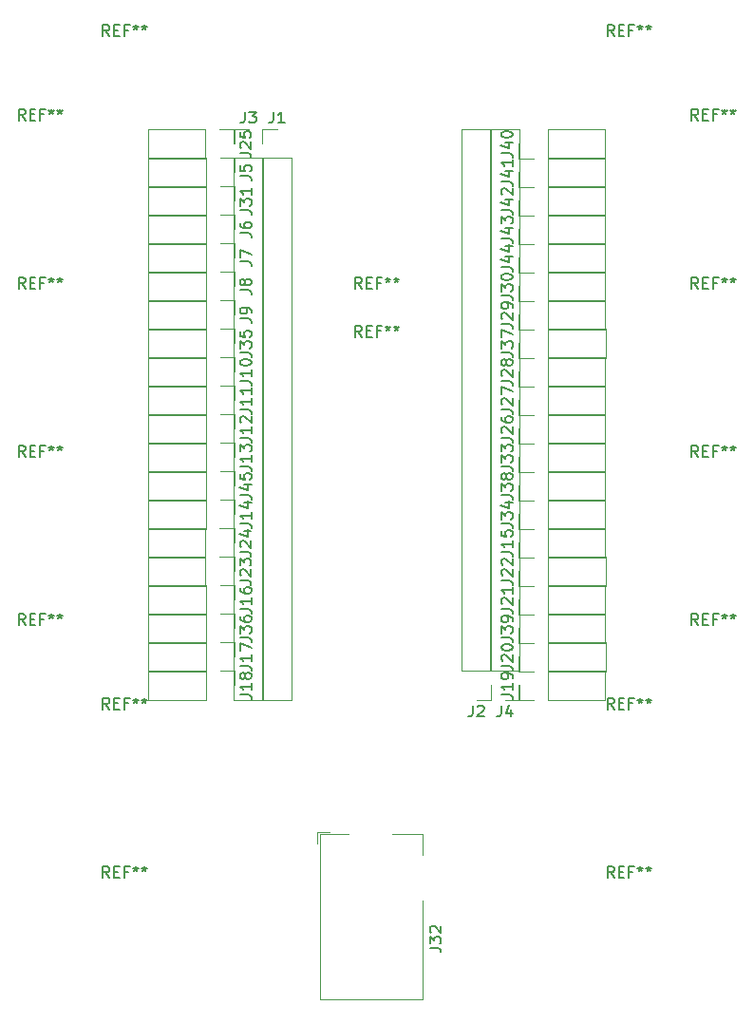
<source format=gbr>
%TF.GenerationSoftware,KiCad,Pcbnew,7.0.2*%
%TF.CreationDate,2023-05-07T16:36:30+01:00*%
%TF.ProjectId,working,776f726b-696e-4672-9e6b-696361645f70,rev?*%
%TF.SameCoordinates,Original*%
%TF.FileFunction,Legend,Top*%
%TF.FilePolarity,Positive*%
%FSLAX46Y46*%
G04 Gerber Fmt 4.6, Leading zero omitted, Abs format (unit mm)*
G04 Created by KiCad (PCBNEW 7.0.2) date 2023-05-07 16:36:30*
%MOMM*%
%LPD*%
G01*
G04 APERTURE LIST*
%ADD10C,0.150000*%
%ADD11C,0.120000*%
G04 APERTURE END LIST*
D10*
%TO.C,*%
%TO.C,REF\u002A\u002A*%
X21166666Y-41262619D02*
X20833333Y-40786428D01*
X20595238Y-41262619D02*
X20595238Y-40262619D01*
X20595238Y-40262619D02*
X20976190Y-40262619D01*
X20976190Y-40262619D02*
X21071428Y-40310238D01*
X21071428Y-40310238D02*
X21119047Y-40357857D01*
X21119047Y-40357857D02*
X21166666Y-40453095D01*
X21166666Y-40453095D02*
X21166666Y-40595952D01*
X21166666Y-40595952D02*
X21119047Y-40691190D01*
X21119047Y-40691190D02*
X21071428Y-40738809D01*
X21071428Y-40738809D02*
X20976190Y-40786428D01*
X20976190Y-40786428D02*
X20595238Y-40786428D01*
X21595238Y-40738809D02*
X21928571Y-40738809D01*
X22071428Y-41262619D02*
X21595238Y-41262619D01*
X21595238Y-41262619D02*
X21595238Y-40262619D01*
X21595238Y-40262619D02*
X22071428Y-40262619D01*
X22833333Y-40738809D02*
X22500000Y-40738809D01*
X22500000Y-41262619D02*
X22500000Y-40262619D01*
X22500000Y-40262619D02*
X22976190Y-40262619D01*
X23500000Y-40262619D02*
X23500000Y-40500714D01*
X23261905Y-40405476D02*
X23500000Y-40500714D01*
X23500000Y-40500714D02*
X23738095Y-40405476D01*
X23357143Y-40691190D02*
X23500000Y-40500714D01*
X23500000Y-40500714D02*
X23642857Y-40691190D01*
X24261905Y-40262619D02*
X24261905Y-40500714D01*
X24023810Y-40405476D02*
X24261905Y-40500714D01*
X24261905Y-40500714D02*
X24500000Y-40405476D01*
X24119048Y-40691190D02*
X24261905Y-40500714D01*
X24261905Y-40500714D02*
X24404762Y-40691190D01*
X-23833333Y-41262619D02*
X-24166666Y-40786428D01*
X-24404761Y-41262619D02*
X-24404761Y-40262619D01*
X-24404761Y-40262619D02*
X-24023809Y-40262619D01*
X-24023809Y-40262619D02*
X-23928571Y-40310238D01*
X-23928571Y-40310238D02*
X-23880952Y-40357857D01*
X-23880952Y-40357857D02*
X-23833333Y-40453095D01*
X-23833333Y-40453095D02*
X-23833333Y-40595952D01*
X-23833333Y-40595952D02*
X-23880952Y-40691190D01*
X-23880952Y-40691190D02*
X-23928571Y-40738809D01*
X-23928571Y-40738809D02*
X-24023809Y-40786428D01*
X-24023809Y-40786428D02*
X-24404761Y-40786428D01*
X-23404761Y-40738809D02*
X-23071428Y-40738809D01*
X-22928571Y-41262619D02*
X-23404761Y-41262619D01*
X-23404761Y-41262619D02*
X-23404761Y-40262619D01*
X-23404761Y-40262619D02*
X-22928571Y-40262619D01*
X-22166666Y-40738809D02*
X-22499999Y-40738809D01*
X-22499999Y-41262619D02*
X-22499999Y-40262619D01*
X-22499999Y-40262619D02*
X-22023809Y-40262619D01*
X-21499999Y-40262619D02*
X-21499999Y-40500714D01*
X-21738094Y-40405476D02*
X-21499999Y-40500714D01*
X-21499999Y-40500714D02*
X-21261904Y-40405476D01*
X-21642856Y-40691190D02*
X-21499999Y-40500714D01*
X-21499999Y-40500714D02*
X-21357142Y-40691190D01*
X-20738094Y-40262619D02*
X-20738094Y-40500714D01*
X-20976189Y-40405476D02*
X-20738094Y-40500714D01*
X-20738094Y-40500714D02*
X-20499999Y-40405476D01*
X-20880951Y-40691190D02*
X-20738094Y-40500714D01*
X-20738094Y-40500714D02*
X-20595237Y-40691190D01*
%TO.C,*%
%TO.C,REF\u002A\u002A*%
X-1333333Y11237380D02*
X-1666666Y11713571D01*
X-1904761Y11237380D02*
X-1904761Y12237380D01*
X-1904761Y12237380D02*
X-1523809Y12237380D01*
X-1523809Y12237380D02*
X-1428571Y12189761D01*
X-1428571Y12189761D02*
X-1380952Y12142142D01*
X-1380952Y12142142D02*
X-1333333Y12046904D01*
X-1333333Y12046904D02*
X-1333333Y11904047D01*
X-1333333Y11904047D02*
X-1380952Y11808809D01*
X-1380952Y11808809D02*
X-1428571Y11761190D01*
X-1428571Y11761190D02*
X-1523809Y11713571D01*
X-1523809Y11713571D02*
X-1904761Y11713571D01*
X-904761Y11761190D02*
X-571428Y11761190D01*
X-428571Y11237380D02*
X-904761Y11237380D01*
X-904761Y11237380D02*
X-904761Y12237380D01*
X-904761Y12237380D02*
X-428571Y12237380D01*
X333333Y11761190D02*
X0Y11761190D01*
X0Y11237380D02*
X0Y12237380D01*
X0Y12237380D02*
X476190Y12237380D01*
X1000000Y12237380D02*
X1000000Y11999285D01*
X761905Y12094523D02*
X1000000Y11999285D01*
X1000000Y11999285D02*
X1238095Y12094523D01*
X857143Y11808809D02*
X1000000Y11999285D01*
X1000000Y11999285D02*
X1142857Y11808809D01*
X1761905Y12237380D02*
X1761905Y11999285D01*
X1523810Y12094523D02*
X1761905Y11999285D01*
X1761905Y11999285D02*
X2000000Y12094523D01*
X1619048Y11808809D02*
X1761905Y11999285D01*
X1761905Y11999285D02*
X1904762Y11808809D01*
X21166666Y33737380D02*
X20833333Y34213571D01*
X20595238Y33737380D02*
X20595238Y34737380D01*
X20595238Y34737380D02*
X20976190Y34737380D01*
X20976190Y34737380D02*
X21071428Y34689761D01*
X21071428Y34689761D02*
X21119047Y34642142D01*
X21119047Y34642142D02*
X21166666Y34546904D01*
X21166666Y34546904D02*
X21166666Y34404047D01*
X21166666Y34404047D02*
X21119047Y34308809D01*
X21119047Y34308809D02*
X21071428Y34261190D01*
X21071428Y34261190D02*
X20976190Y34213571D01*
X20976190Y34213571D02*
X20595238Y34213571D01*
X21595238Y34261190D02*
X21928571Y34261190D01*
X22071428Y33737380D02*
X21595238Y33737380D01*
X21595238Y33737380D02*
X21595238Y34737380D01*
X21595238Y34737380D02*
X22071428Y34737380D01*
X22833333Y34261190D02*
X22500000Y34261190D01*
X22500000Y33737380D02*
X22500000Y34737380D01*
X22500000Y34737380D02*
X22976190Y34737380D01*
X23500000Y34737380D02*
X23500000Y34499285D01*
X23261905Y34594523D02*
X23500000Y34499285D01*
X23500000Y34499285D02*
X23738095Y34594523D01*
X23357143Y34308809D02*
X23500000Y34499285D01*
X23500000Y34499285D02*
X23642857Y34308809D01*
X24261905Y34737380D02*
X24261905Y34499285D01*
X24023810Y34594523D02*
X24261905Y34499285D01*
X24261905Y34499285D02*
X24500000Y34594523D01*
X24119048Y34308809D02*
X24261905Y34499285D01*
X24261905Y34499285D02*
X24404762Y34308809D01*
X28666666Y26237380D02*
X28333333Y26713571D01*
X28095238Y26237380D02*
X28095238Y27237380D01*
X28095238Y27237380D02*
X28476190Y27237380D01*
X28476190Y27237380D02*
X28571428Y27189761D01*
X28571428Y27189761D02*
X28619047Y27142142D01*
X28619047Y27142142D02*
X28666666Y27046904D01*
X28666666Y27046904D02*
X28666666Y26904047D01*
X28666666Y26904047D02*
X28619047Y26808809D01*
X28619047Y26808809D02*
X28571428Y26761190D01*
X28571428Y26761190D02*
X28476190Y26713571D01*
X28476190Y26713571D02*
X28095238Y26713571D01*
X29095238Y26761190D02*
X29428571Y26761190D01*
X29571428Y26237380D02*
X29095238Y26237380D01*
X29095238Y26237380D02*
X29095238Y27237380D01*
X29095238Y27237380D02*
X29571428Y27237380D01*
X30333333Y26761190D02*
X30000000Y26761190D01*
X30000000Y26237380D02*
X30000000Y27237380D01*
X30000000Y27237380D02*
X30476190Y27237380D01*
X31000000Y27237380D02*
X31000000Y26999285D01*
X30761905Y27094523D02*
X31000000Y26999285D01*
X31000000Y26999285D02*
X31238095Y27094523D01*
X30857143Y26808809D02*
X31000000Y26999285D01*
X31000000Y26999285D02*
X31142857Y26808809D01*
X31761905Y27237380D02*
X31761905Y26999285D01*
X31523810Y27094523D02*
X31761905Y26999285D01*
X31761905Y26999285D02*
X32000000Y27094523D01*
X31619048Y26808809D02*
X31761905Y26999285D01*
X31761905Y26999285D02*
X31904762Y26808809D01*
X28666666Y11237380D02*
X28333333Y11713571D01*
X28095238Y11237380D02*
X28095238Y12237380D01*
X28095238Y12237380D02*
X28476190Y12237380D01*
X28476190Y12237380D02*
X28571428Y12189761D01*
X28571428Y12189761D02*
X28619047Y12142142D01*
X28619047Y12142142D02*
X28666666Y12046904D01*
X28666666Y12046904D02*
X28666666Y11904047D01*
X28666666Y11904047D02*
X28619047Y11808809D01*
X28619047Y11808809D02*
X28571428Y11761190D01*
X28571428Y11761190D02*
X28476190Y11713571D01*
X28476190Y11713571D02*
X28095238Y11713571D01*
X29095238Y11761190D02*
X29428571Y11761190D01*
X29571428Y11237380D02*
X29095238Y11237380D01*
X29095238Y11237380D02*
X29095238Y12237380D01*
X29095238Y12237380D02*
X29571428Y12237380D01*
X30333333Y11761190D02*
X30000000Y11761190D01*
X30000000Y11237380D02*
X30000000Y12237380D01*
X30000000Y12237380D02*
X30476190Y12237380D01*
X31000000Y12237380D02*
X31000000Y11999285D01*
X30761905Y12094523D02*
X31000000Y11999285D01*
X31000000Y11999285D02*
X31238095Y12094523D01*
X30857143Y11808809D02*
X31000000Y11999285D01*
X31000000Y11999285D02*
X31142857Y11808809D01*
X31761905Y12237380D02*
X31761905Y11999285D01*
X31523810Y12094523D02*
X31761905Y11999285D01*
X31761905Y11999285D02*
X32000000Y12094523D01*
X31619048Y11808809D02*
X31761905Y11999285D01*
X31761905Y11999285D02*
X31904762Y11808809D01*
X28666666Y-3762619D02*
X28333333Y-3286428D01*
X28095238Y-3762619D02*
X28095238Y-2762619D01*
X28095238Y-2762619D02*
X28476190Y-2762619D01*
X28476190Y-2762619D02*
X28571428Y-2810238D01*
X28571428Y-2810238D02*
X28619047Y-2857857D01*
X28619047Y-2857857D02*
X28666666Y-2953095D01*
X28666666Y-2953095D02*
X28666666Y-3095952D01*
X28666666Y-3095952D02*
X28619047Y-3191190D01*
X28619047Y-3191190D02*
X28571428Y-3238809D01*
X28571428Y-3238809D02*
X28476190Y-3286428D01*
X28476190Y-3286428D02*
X28095238Y-3286428D01*
X29095238Y-3238809D02*
X29428571Y-3238809D01*
X29571428Y-3762619D02*
X29095238Y-3762619D01*
X29095238Y-3762619D02*
X29095238Y-2762619D01*
X29095238Y-2762619D02*
X29571428Y-2762619D01*
X30333333Y-3238809D02*
X30000000Y-3238809D01*
X30000000Y-3762619D02*
X30000000Y-2762619D01*
X30000000Y-2762619D02*
X30476190Y-2762619D01*
X31000000Y-2762619D02*
X31000000Y-3000714D01*
X30761905Y-2905476D02*
X31000000Y-3000714D01*
X31000000Y-3000714D02*
X31238095Y-2905476D01*
X30857143Y-3191190D02*
X31000000Y-3000714D01*
X31000000Y-3000714D02*
X31142857Y-3191190D01*
X31761905Y-2762619D02*
X31761905Y-3000714D01*
X31523810Y-2905476D02*
X31761905Y-3000714D01*
X31761905Y-3000714D02*
X32000000Y-2905476D01*
X31619048Y-3191190D02*
X31761905Y-3000714D01*
X31761905Y-3000714D02*
X31904762Y-3191190D01*
X28666666Y-18762619D02*
X28333333Y-18286428D01*
X28095238Y-18762619D02*
X28095238Y-17762619D01*
X28095238Y-17762619D02*
X28476190Y-17762619D01*
X28476190Y-17762619D02*
X28571428Y-17810238D01*
X28571428Y-17810238D02*
X28619047Y-17857857D01*
X28619047Y-17857857D02*
X28666666Y-17953095D01*
X28666666Y-17953095D02*
X28666666Y-18095952D01*
X28666666Y-18095952D02*
X28619047Y-18191190D01*
X28619047Y-18191190D02*
X28571428Y-18238809D01*
X28571428Y-18238809D02*
X28476190Y-18286428D01*
X28476190Y-18286428D02*
X28095238Y-18286428D01*
X29095238Y-18238809D02*
X29428571Y-18238809D01*
X29571428Y-18762619D02*
X29095238Y-18762619D01*
X29095238Y-18762619D02*
X29095238Y-17762619D01*
X29095238Y-17762619D02*
X29571428Y-17762619D01*
X30333333Y-18238809D02*
X30000000Y-18238809D01*
X30000000Y-18762619D02*
X30000000Y-17762619D01*
X30000000Y-17762619D02*
X30476190Y-17762619D01*
X31000000Y-17762619D02*
X31000000Y-18000714D01*
X30761905Y-17905476D02*
X31000000Y-18000714D01*
X31000000Y-18000714D02*
X31238095Y-17905476D01*
X30857143Y-18191190D02*
X31000000Y-18000714D01*
X31000000Y-18000714D02*
X31142857Y-18191190D01*
X31761905Y-17762619D02*
X31761905Y-18000714D01*
X31523810Y-17905476D02*
X31761905Y-18000714D01*
X31761905Y-18000714D02*
X32000000Y-17905476D01*
X31619048Y-18191190D02*
X31761905Y-18000714D01*
X31761905Y-18000714D02*
X31904762Y-18191190D01*
X21166666Y-26262619D02*
X20833333Y-25786428D01*
X20595238Y-26262619D02*
X20595238Y-25262619D01*
X20595238Y-25262619D02*
X20976190Y-25262619D01*
X20976190Y-25262619D02*
X21071428Y-25310238D01*
X21071428Y-25310238D02*
X21119047Y-25357857D01*
X21119047Y-25357857D02*
X21166666Y-25453095D01*
X21166666Y-25453095D02*
X21166666Y-25595952D01*
X21166666Y-25595952D02*
X21119047Y-25691190D01*
X21119047Y-25691190D02*
X21071428Y-25738809D01*
X21071428Y-25738809D02*
X20976190Y-25786428D01*
X20976190Y-25786428D02*
X20595238Y-25786428D01*
X21595238Y-25738809D02*
X21928571Y-25738809D01*
X22071428Y-26262619D02*
X21595238Y-26262619D01*
X21595238Y-26262619D02*
X21595238Y-25262619D01*
X21595238Y-25262619D02*
X22071428Y-25262619D01*
X22833333Y-25738809D02*
X22500000Y-25738809D01*
X22500000Y-26262619D02*
X22500000Y-25262619D01*
X22500000Y-25262619D02*
X22976190Y-25262619D01*
X23500000Y-25262619D02*
X23500000Y-25500714D01*
X23261905Y-25405476D02*
X23500000Y-25500714D01*
X23500000Y-25500714D02*
X23738095Y-25405476D01*
X23357143Y-25691190D02*
X23500000Y-25500714D01*
X23500000Y-25500714D02*
X23642857Y-25691190D01*
X24261905Y-25262619D02*
X24261905Y-25500714D01*
X24023810Y-25405476D02*
X24261905Y-25500714D01*
X24261905Y-25500714D02*
X24500000Y-25405476D01*
X24119048Y-25691190D02*
X24261905Y-25500714D01*
X24261905Y-25500714D02*
X24404762Y-25691190D01*
X-23833333Y-26262619D02*
X-24166666Y-25786428D01*
X-24404761Y-26262619D02*
X-24404761Y-25262619D01*
X-24404761Y-25262619D02*
X-24023809Y-25262619D01*
X-24023809Y-25262619D02*
X-23928571Y-25310238D01*
X-23928571Y-25310238D02*
X-23880952Y-25357857D01*
X-23880952Y-25357857D02*
X-23833333Y-25453095D01*
X-23833333Y-25453095D02*
X-23833333Y-25595952D01*
X-23833333Y-25595952D02*
X-23880952Y-25691190D01*
X-23880952Y-25691190D02*
X-23928571Y-25738809D01*
X-23928571Y-25738809D02*
X-24023809Y-25786428D01*
X-24023809Y-25786428D02*
X-24404761Y-25786428D01*
X-23404761Y-25738809D02*
X-23071428Y-25738809D01*
X-22928571Y-26262619D02*
X-23404761Y-26262619D01*
X-23404761Y-26262619D02*
X-23404761Y-25262619D01*
X-23404761Y-25262619D02*
X-22928571Y-25262619D01*
X-22166666Y-25738809D02*
X-22499999Y-25738809D01*
X-22499999Y-26262619D02*
X-22499999Y-25262619D01*
X-22499999Y-25262619D02*
X-22023809Y-25262619D01*
X-21499999Y-25262619D02*
X-21499999Y-25500714D01*
X-21738094Y-25405476D02*
X-21499999Y-25500714D01*
X-21499999Y-25500714D02*
X-21261904Y-25405476D01*
X-21642856Y-25691190D02*
X-21499999Y-25500714D01*
X-21499999Y-25500714D02*
X-21357142Y-25691190D01*
X-20738094Y-25262619D02*
X-20738094Y-25500714D01*
X-20976189Y-25405476D02*
X-20738094Y-25500714D01*
X-20738094Y-25500714D02*
X-20499999Y-25405476D01*
X-20880951Y-25691190D02*
X-20738094Y-25500714D01*
X-20738094Y-25500714D02*
X-20595237Y-25691190D01*
X-31333333Y-18762619D02*
X-31666666Y-18286428D01*
X-31904761Y-18762619D02*
X-31904761Y-17762619D01*
X-31904761Y-17762619D02*
X-31523809Y-17762619D01*
X-31523809Y-17762619D02*
X-31428571Y-17810238D01*
X-31428571Y-17810238D02*
X-31380952Y-17857857D01*
X-31380952Y-17857857D02*
X-31333333Y-17953095D01*
X-31333333Y-17953095D02*
X-31333333Y-18095952D01*
X-31333333Y-18095952D02*
X-31380952Y-18191190D01*
X-31380952Y-18191190D02*
X-31428571Y-18238809D01*
X-31428571Y-18238809D02*
X-31523809Y-18286428D01*
X-31523809Y-18286428D02*
X-31904761Y-18286428D01*
X-30904761Y-18238809D02*
X-30571428Y-18238809D01*
X-30428571Y-18762619D02*
X-30904761Y-18762619D01*
X-30904761Y-18762619D02*
X-30904761Y-17762619D01*
X-30904761Y-17762619D02*
X-30428571Y-17762619D01*
X-29666666Y-18238809D02*
X-29999999Y-18238809D01*
X-29999999Y-18762619D02*
X-29999999Y-17762619D01*
X-29999999Y-17762619D02*
X-29523809Y-17762619D01*
X-28999999Y-17762619D02*
X-28999999Y-18000714D01*
X-29238094Y-17905476D02*
X-28999999Y-18000714D01*
X-28999999Y-18000714D02*
X-28761904Y-17905476D01*
X-29142856Y-18191190D02*
X-28999999Y-18000714D01*
X-28999999Y-18000714D02*
X-28857142Y-18191190D01*
X-28238094Y-17762619D02*
X-28238094Y-18000714D01*
X-28476189Y-17905476D02*
X-28238094Y-18000714D01*
X-28238094Y-18000714D02*
X-27999999Y-17905476D01*
X-28380951Y-18191190D02*
X-28238094Y-18000714D01*
X-28238094Y-18000714D02*
X-28095237Y-18191190D01*
X-31333333Y-3762619D02*
X-31666666Y-3286428D01*
X-31904761Y-3762619D02*
X-31904761Y-2762619D01*
X-31904761Y-2762619D02*
X-31523809Y-2762619D01*
X-31523809Y-2762619D02*
X-31428571Y-2810238D01*
X-31428571Y-2810238D02*
X-31380952Y-2857857D01*
X-31380952Y-2857857D02*
X-31333333Y-2953095D01*
X-31333333Y-2953095D02*
X-31333333Y-3095952D01*
X-31333333Y-3095952D02*
X-31380952Y-3191190D01*
X-31380952Y-3191190D02*
X-31428571Y-3238809D01*
X-31428571Y-3238809D02*
X-31523809Y-3286428D01*
X-31523809Y-3286428D02*
X-31904761Y-3286428D01*
X-30904761Y-3238809D02*
X-30571428Y-3238809D01*
X-30428571Y-3762619D02*
X-30904761Y-3762619D01*
X-30904761Y-3762619D02*
X-30904761Y-2762619D01*
X-30904761Y-2762619D02*
X-30428571Y-2762619D01*
X-29666666Y-3238809D02*
X-29999999Y-3238809D01*
X-29999999Y-3762619D02*
X-29999999Y-2762619D01*
X-29999999Y-2762619D02*
X-29523809Y-2762619D01*
X-28999999Y-2762619D02*
X-28999999Y-3000714D01*
X-29238094Y-2905476D02*
X-28999999Y-3000714D01*
X-28999999Y-3000714D02*
X-28761904Y-2905476D01*
X-29142856Y-3191190D02*
X-28999999Y-3000714D01*
X-28999999Y-3000714D02*
X-28857142Y-3191190D01*
X-28238094Y-2762619D02*
X-28238094Y-3000714D01*
X-28476189Y-2905476D02*
X-28238094Y-3000714D01*
X-28238094Y-3000714D02*
X-27999999Y-2905476D01*
X-28380951Y-3191190D02*
X-28238094Y-3000714D01*
X-28238094Y-3000714D02*
X-28095237Y-3191190D01*
X-31333333Y11237380D02*
X-31666666Y11713571D01*
X-31904761Y11237380D02*
X-31904761Y12237380D01*
X-31904761Y12237380D02*
X-31523809Y12237380D01*
X-31523809Y12237380D02*
X-31428571Y12189761D01*
X-31428571Y12189761D02*
X-31380952Y12142142D01*
X-31380952Y12142142D02*
X-31333333Y12046904D01*
X-31333333Y12046904D02*
X-31333333Y11904047D01*
X-31333333Y11904047D02*
X-31380952Y11808809D01*
X-31380952Y11808809D02*
X-31428571Y11761190D01*
X-31428571Y11761190D02*
X-31523809Y11713571D01*
X-31523809Y11713571D02*
X-31904761Y11713571D01*
X-30904761Y11761190D02*
X-30571428Y11761190D01*
X-30428571Y11237380D02*
X-30904761Y11237380D01*
X-30904761Y11237380D02*
X-30904761Y12237380D01*
X-30904761Y12237380D02*
X-30428571Y12237380D01*
X-29666666Y11761190D02*
X-29999999Y11761190D01*
X-29999999Y11237380D02*
X-29999999Y12237380D01*
X-29999999Y12237380D02*
X-29523809Y12237380D01*
X-28999999Y12237380D02*
X-28999999Y11999285D01*
X-29238094Y12094523D02*
X-28999999Y11999285D01*
X-28999999Y11999285D02*
X-28761904Y12094523D01*
X-29142856Y11808809D02*
X-28999999Y11999285D01*
X-28999999Y11999285D02*
X-28857142Y11808809D01*
X-28238094Y12237380D02*
X-28238094Y11999285D01*
X-28476189Y12094523D02*
X-28238094Y11999285D01*
X-28238094Y11999285D02*
X-27999999Y12094523D01*
X-28380951Y11808809D02*
X-28238094Y11999285D01*
X-28238094Y11999285D02*
X-28095237Y11808809D01*
X-31333333Y26237380D02*
X-31666666Y26713571D01*
X-31904761Y26237380D02*
X-31904761Y27237380D01*
X-31904761Y27237380D02*
X-31523809Y27237380D01*
X-31523809Y27237380D02*
X-31428571Y27189761D01*
X-31428571Y27189761D02*
X-31380952Y27142142D01*
X-31380952Y27142142D02*
X-31333333Y27046904D01*
X-31333333Y27046904D02*
X-31333333Y26904047D01*
X-31333333Y26904047D02*
X-31380952Y26808809D01*
X-31380952Y26808809D02*
X-31428571Y26761190D01*
X-31428571Y26761190D02*
X-31523809Y26713571D01*
X-31523809Y26713571D02*
X-31904761Y26713571D01*
X-30904761Y26761190D02*
X-30571428Y26761190D01*
X-30428571Y26237380D02*
X-30904761Y26237380D01*
X-30904761Y26237380D02*
X-30904761Y27237380D01*
X-30904761Y27237380D02*
X-30428571Y27237380D01*
X-29666666Y26761190D02*
X-29999999Y26761190D01*
X-29999999Y26237380D02*
X-29999999Y27237380D01*
X-29999999Y27237380D02*
X-29523809Y27237380D01*
X-28999999Y27237380D02*
X-28999999Y26999285D01*
X-29238094Y27094523D02*
X-28999999Y26999285D01*
X-28999999Y26999285D02*
X-28761904Y27094523D01*
X-29142856Y26808809D02*
X-28999999Y26999285D01*
X-28999999Y26999285D02*
X-28857142Y26808809D01*
X-28238094Y27237380D02*
X-28238094Y26999285D01*
X-28476189Y27094523D02*
X-28238094Y26999285D01*
X-28238094Y26999285D02*
X-27999999Y27094523D01*
X-28380951Y26808809D02*
X-28238094Y26999285D01*
X-28238094Y26999285D02*
X-28095237Y26808809D01*
X-23833333Y33737380D02*
X-24166666Y34213571D01*
X-24404761Y33737380D02*
X-24404761Y34737380D01*
X-24404761Y34737380D02*
X-24023809Y34737380D01*
X-24023809Y34737380D02*
X-23928571Y34689761D01*
X-23928571Y34689761D02*
X-23880952Y34642142D01*
X-23880952Y34642142D02*
X-23833333Y34546904D01*
X-23833333Y34546904D02*
X-23833333Y34404047D01*
X-23833333Y34404047D02*
X-23880952Y34308809D01*
X-23880952Y34308809D02*
X-23928571Y34261190D01*
X-23928571Y34261190D02*
X-24023809Y34213571D01*
X-24023809Y34213571D02*
X-24404761Y34213571D01*
X-23404761Y34261190D02*
X-23071428Y34261190D01*
X-22928571Y33737380D02*
X-23404761Y33737380D01*
X-23404761Y33737380D02*
X-23404761Y34737380D01*
X-23404761Y34737380D02*
X-22928571Y34737380D01*
X-22166666Y34261190D02*
X-22499999Y34261190D01*
X-22499999Y33737380D02*
X-22499999Y34737380D01*
X-22499999Y34737380D02*
X-22023809Y34737380D01*
X-21499999Y34737380D02*
X-21499999Y34499285D01*
X-21738094Y34594523D02*
X-21499999Y34499285D01*
X-21499999Y34499285D02*
X-21261904Y34594523D01*
X-21642856Y34308809D02*
X-21499999Y34499285D01*
X-21499999Y34499285D02*
X-21357142Y34308809D01*
X-20738094Y34737380D02*
X-20738094Y34499285D01*
X-20976189Y34594523D02*
X-20738094Y34499285D01*
X-20738094Y34499285D02*
X-20499999Y34594523D01*
X-20880951Y34308809D02*
X-20738094Y34499285D01*
X-20738094Y34499285D02*
X-20595237Y34308809D01*
%TO.C,*%
%TO.C,REF\u002A\u002A*%
X-1333333Y6937380D02*
X-1666666Y7413571D01*
X-1904761Y6937380D02*
X-1904761Y7937380D01*
X-1904761Y7937380D02*
X-1523809Y7937380D01*
X-1523809Y7937380D02*
X-1428571Y7889761D01*
X-1428571Y7889761D02*
X-1380952Y7842142D01*
X-1380952Y7842142D02*
X-1333333Y7746904D01*
X-1333333Y7746904D02*
X-1333333Y7604047D01*
X-1333333Y7604047D02*
X-1380952Y7508809D01*
X-1380952Y7508809D02*
X-1428571Y7461190D01*
X-1428571Y7461190D02*
X-1523809Y7413571D01*
X-1523809Y7413571D02*
X-1904761Y7413571D01*
X-904761Y7461190D02*
X-571428Y7461190D01*
X-428571Y6937380D02*
X-904761Y6937380D01*
X-904761Y6937380D02*
X-904761Y7937380D01*
X-904761Y7937380D02*
X-428571Y7937380D01*
X333333Y7461190D02*
X0Y7461190D01*
X0Y6937380D02*
X0Y7937380D01*
X0Y7937380D02*
X476190Y7937380D01*
X1000000Y7937380D02*
X1000000Y7699285D01*
X761905Y7794523D02*
X1000000Y7699285D01*
X1000000Y7699285D02*
X1238095Y7794523D01*
X857143Y7508809D02*
X1000000Y7699285D01*
X1000000Y7699285D02*
X1142857Y7508809D01*
X1761905Y7937380D02*
X1761905Y7699285D01*
X1523810Y7794523D02*
X1761905Y7699285D01*
X1761905Y7699285D02*
X2000000Y7794523D01*
X1619048Y7508809D02*
X1761905Y7699285D01*
X1761905Y7699285D02*
X1904762Y7508809D01*
%TO.C,J45*%
X-12177380Y-7159523D02*
X-11463095Y-7159523D01*
X-11463095Y-7159523D02*
X-11320238Y-7207142D01*
X-11320238Y-7207142D02*
X-11225000Y-7302380D01*
X-11225000Y-7302380D02*
X-11177380Y-7445237D01*
X-11177380Y-7445237D02*
X-11177380Y-7540475D01*
X-11844047Y-6254761D02*
X-11177380Y-6254761D01*
X-12225000Y-6492856D02*
X-11510714Y-6730951D01*
X-11510714Y-6730951D02*
X-11510714Y-6111904D01*
X-12177380Y-5254761D02*
X-12177380Y-5730951D01*
X-12177380Y-5730951D02*
X-11701190Y-5778570D01*
X-11701190Y-5778570D02*
X-11748809Y-5730951D01*
X-11748809Y-5730951D02*
X-11796428Y-5635713D01*
X-11796428Y-5635713D02*
X-11796428Y-5397618D01*
X-11796428Y-5397618D02*
X-11748809Y-5302380D01*
X-11748809Y-5302380D02*
X-11701190Y-5254761D01*
X-11701190Y-5254761D02*
X-11605952Y-5207142D01*
X-11605952Y-5207142D02*
X-11367857Y-5207142D01*
X-11367857Y-5207142D02*
X-11272619Y-5254761D01*
X-11272619Y-5254761D02*
X-11225000Y-5302380D01*
X-11225000Y-5302380D02*
X-11177380Y-5397618D01*
X-11177380Y-5397618D02*
X-11177380Y-5635713D01*
X-11177380Y-5635713D02*
X-11225000Y-5730951D01*
X-11225000Y-5730951D02*
X-11272619Y-5778570D01*
%TO.C,J44*%
X11102619Y13160476D02*
X11816904Y13160476D01*
X11816904Y13160476D02*
X11959761Y13112857D01*
X11959761Y13112857D02*
X12055000Y13017619D01*
X12055000Y13017619D02*
X12102619Y12874762D01*
X12102619Y12874762D02*
X12102619Y12779524D01*
X11435952Y14065238D02*
X12102619Y14065238D01*
X11055000Y13827143D02*
X11769285Y13589048D01*
X11769285Y13589048D02*
X11769285Y14208095D01*
X11435952Y15017619D02*
X12102619Y15017619D01*
X11055000Y14779524D02*
X11769285Y14541429D01*
X11769285Y14541429D02*
X11769285Y15160476D01*
%TO.C,J43*%
X11102619Y15700476D02*
X11816904Y15700476D01*
X11816904Y15700476D02*
X11959761Y15652857D01*
X11959761Y15652857D02*
X12055000Y15557619D01*
X12055000Y15557619D02*
X12102619Y15414762D01*
X12102619Y15414762D02*
X12102619Y15319524D01*
X11435952Y16605238D02*
X12102619Y16605238D01*
X11055000Y16367143D02*
X11769285Y16129048D01*
X11769285Y16129048D02*
X11769285Y16748095D01*
X11102619Y17033810D02*
X11102619Y17652857D01*
X11102619Y17652857D02*
X11483571Y17319524D01*
X11483571Y17319524D02*
X11483571Y17462381D01*
X11483571Y17462381D02*
X11531190Y17557619D01*
X11531190Y17557619D02*
X11578809Y17605238D01*
X11578809Y17605238D02*
X11674047Y17652857D01*
X11674047Y17652857D02*
X11912142Y17652857D01*
X11912142Y17652857D02*
X12007380Y17605238D01*
X12007380Y17605238D02*
X12055000Y17557619D01*
X12055000Y17557619D02*
X12102619Y17462381D01*
X12102619Y17462381D02*
X12102619Y17176667D01*
X12102619Y17176667D02*
X12055000Y17081429D01*
X12055000Y17081429D02*
X12007380Y17033810D01*
%TO.C,J42*%
X11102619Y18240476D02*
X11816904Y18240476D01*
X11816904Y18240476D02*
X11959761Y18192857D01*
X11959761Y18192857D02*
X12055000Y18097619D01*
X12055000Y18097619D02*
X12102619Y17954762D01*
X12102619Y17954762D02*
X12102619Y17859524D01*
X11435952Y19145238D02*
X12102619Y19145238D01*
X11055000Y18907143D02*
X11769285Y18669048D01*
X11769285Y18669048D02*
X11769285Y19288095D01*
X11197857Y19621429D02*
X11150238Y19669048D01*
X11150238Y19669048D02*
X11102619Y19764286D01*
X11102619Y19764286D02*
X11102619Y20002381D01*
X11102619Y20002381D02*
X11150238Y20097619D01*
X11150238Y20097619D02*
X11197857Y20145238D01*
X11197857Y20145238D02*
X11293095Y20192857D01*
X11293095Y20192857D02*
X11388333Y20192857D01*
X11388333Y20192857D02*
X11531190Y20145238D01*
X11531190Y20145238D02*
X12102619Y19573810D01*
X12102619Y19573810D02*
X12102619Y20192857D01*
%TO.C,J41*%
X11102619Y20780476D02*
X11816904Y20780476D01*
X11816904Y20780476D02*
X11959761Y20732857D01*
X11959761Y20732857D02*
X12055000Y20637619D01*
X12055000Y20637619D02*
X12102619Y20494762D01*
X12102619Y20494762D02*
X12102619Y20399524D01*
X11435952Y21685238D02*
X12102619Y21685238D01*
X11055000Y21447143D02*
X11769285Y21209048D01*
X11769285Y21209048D02*
X11769285Y21828095D01*
X12102619Y22732857D02*
X12102619Y22161429D01*
X12102619Y22447143D02*
X11102619Y22447143D01*
X11102619Y22447143D02*
X11245476Y22351905D01*
X11245476Y22351905D02*
X11340714Y22256667D01*
X11340714Y22256667D02*
X11388333Y22161429D01*
%TO.C,J40*%
X11102619Y23320476D02*
X11816904Y23320476D01*
X11816904Y23320476D02*
X11959761Y23272857D01*
X11959761Y23272857D02*
X12055000Y23177619D01*
X12055000Y23177619D02*
X12102619Y23034762D01*
X12102619Y23034762D02*
X12102619Y22939524D01*
X11435952Y24225238D02*
X12102619Y24225238D01*
X11055000Y23987143D02*
X11769285Y23749048D01*
X11769285Y23749048D02*
X11769285Y24368095D01*
X11102619Y24939524D02*
X11102619Y25034762D01*
X11102619Y25034762D02*
X11150238Y25130000D01*
X11150238Y25130000D02*
X11197857Y25177619D01*
X11197857Y25177619D02*
X11293095Y25225238D01*
X11293095Y25225238D02*
X11483571Y25272857D01*
X11483571Y25272857D02*
X11721666Y25272857D01*
X11721666Y25272857D02*
X11912142Y25225238D01*
X11912142Y25225238D02*
X12007380Y25177619D01*
X12007380Y25177619D02*
X12055000Y25130000D01*
X12055000Y25130000D02*
X12102619Y25034762D01*
X12102619Y25034762D02*
X12102619Y24939524D01*
X12102619Y24939524D02*
X12055000Y24844286D01*
X12055000Y24844286D02*
X12007380Y24796667D01*
X12007380Y24796667D02*
X11912142Y24749048D01*
X11912142Y24749048D02*
X11721666Y24701429D01*
X11721666Y24701429D02*
X11483571Y24701429D01*
X11483571Y24701429D02*
X11293095Y24749048D01*
X11293095Y24749048D02*
X11197857Y24796667D01*
X11197857Y24796667D02*
X11150238Y24844286D01*
X11150238Y24844286D02*
X11102619Y24939524D01*
%TO.C,J39*%
X11102619Y-19859523D02*
X11816904Y-19859523D01*
X11816904Y-19859523D02*
X11959761Y-19907142D01*
X11959761Y-19907142D02*
X12055000Y-20002380D01*
X12055000Y-20002380D02*
X12102619Y-20145237D01*
X12102619Y-20145237D02*
X12102619Y-20240475D01*
X11102619Y-19478570D02*
X11102619Y-18859523D01*
X11102619Y-18859523D02*
X11483571Y-19192856D01*
X11483571Y-19192856D02*
X11483571Y-19049999D01*
X11483571Y-19049999D02*
X11531190Y-18954761D01*
X11531190Y-18954761D02*
X11578809Y-18907142D01*
X11578809Y-18907142D02*
X11674047Y-18859523D01*
X11674047Y-18859523D02*
X11912142Y-18859523D01*
X11912142Y-18859523D02*
X12007380Y-18907142D01*
X12007380Y-18907142D02*
X12055000Y-18954761D01*
X12055000Y-18954761D02*
X12102619Y-19049999D01*
X12102619Y-19049999D02*
X12102619Y-19335713D01*
X12102619Y-19335713D02*
X12055000Y-19430951D01*
X12055000Y-19430951D02*
X12007380Y-19478570D01*
X12102619Y-18383332D02*
X12102619Y-18192856D01*
X12102619Y-18192856D02*
X12055000Y-18097618D01*
X12055000Y-18097618D02*
X12007380Y-18049999D01*
X12007380Y-18049999D02*
X11864523Y-17954761D01*
X11864523Y-17954761D02*
X11674047Y-17907142D01*
X11674047Y-17907142D02*
X11293095Y-17907142D01*
X11293095Y-17907142D02*
X11197857Y-17954761D01*
X11197857Y-17954761D02*
X11150238Y-18002380D01*
X11150238Y-18002380D02*
X11102619Y-18097618D01*
X11102619Y-18097618D02*
X11102619Y-18288094D01*
X11102619Y-18288094D02*
X11150238Y-18383332D01*
X11150238Y-18383332D02*
X11197857Y-18430951D01*
X11197857Y-18430951D02*
X11293095Y-18478570D01*
X11293095Y-18478570D02*
X11531190Y-18478570D01*
X11531190Y-18478570D02*
X11626428Y-18430951D01*
X11626428Y-18430951D02*
X11674047Y-18383332D01*
X11674047Y-18383332D02*
X11721666Y-18288094D01*
X11721666Y-18288094D02*
X11721666Y-18097618D01*
X11721666Y-18097618D02*
X11674047Y-18002380D01*
X11674047Y-18002380D02*
X11626428Y-17954761D01*
X11626428Y-17954761D02*
X11531190Y-17907142D01*
%TO.C,J38*%
X11102619Y-7159523D02*
X11816904Y-7159523D01*
X11816904Y-7159523D02*
X11959761Y-7207142D01*
X11959761Y-7207142D02*
X12055000Y-7302380D01*
X12055000Y-7302380D02*
X12102619Y-7445237D01*
X12102619Y-7445237D02*
X12102619Y-7540475D01*
X11102619Y-6778570D02*
X11102619Y-6159523D01*
X11102619Y-6159523D02*
X11483571Y-6492856D01*
X11483571Y-6492856D02*
X11483571Y-6349999D01*
X11483571Y-6349999D02*
X11531190Y-6254761D01*
X11531190Y-6254761D02*
X11578809Y-6207142D01*
X11578809Y-6207142D02*
X11674047Y-6159523D01*
X11674047Y-6159523D02*
X11912142Y-6159523D01*
X11912142Y-6159523D02*
X12007380Y-6207142D01*
X12007380Y-6207142D02*
X12055000Y-6254761D01*
X12055000Y-6254761D02*
X12102619Y-6349999D01*
X12102619Y-6349999D02*
X12102619Y-6635713D01*
X12102619Y-6635713D02*
X12055000Y-6730951D01*
X12055000Y-6730951D02*
X12007380Y-6778570D01*
X11531190Y-5588094D02*
X11483571Y-5683332D01*
X11483571Y-5683332D02*
X11435952Y-5730951D01*
X11435952Y-5730951D02*
X11340714Y-5778570D01*
X11340714Y-5778570D02*
X11293095Y-5778570D01*
X11293095Y-5778570D02*
X11197857Y-5730951D01*
X11197857Y-5730951D02*
X11150238Y-5683332D01*
X11150238Y-5683332D02*
X11102619Y-5588094D01*
X11102619Y-5588094D02*
X11102619Y-5397618D01*
X11102619Y-5397618D02*
X11150238Y-5302380D01*
X11150238Y-5302380D02*
X11197857Y-5254761D01*
X11197857Y-5254761D02*
X11293095Y-5207142D01*
X11293095Y-5207142D02*
X11340714Y-5207142D01*
X11340714Y-5207142D02*
X11435952Y-5254761D01*
X11435952Y-5254761D02*
X11483571Y-5302380D01*
X11483571Y-5302380D02*
X11531190Y-5397618D01*
X11531190Y-5397618D02*
X11531190Y-5588094D01*
X11531190Y-5588094D02*
X11578809Y-5683332D01*
X11578809Y-5683332D02*
X11626428Y-5730951D01*
X11626428Y-5730951D02*
X11721666Y-5778570D01*
X11721666Y-5778570D02*
X11912142Y-5778570D01*
X11912142Y-5778570D02*
X12007380Y-5730951D01*
X12007380Y-5730951D02*
X12055000Y-5683332D01*
X12055000Y-5683332D02*
X12102619Y-5588094D01*
X12102619Y-5588094D02*
X12102619Y-5397618D01*
X12102619Y-5397618D02*
X12055000Y-5302380D01*
X12055000Y-5302380D02*
X12007380Y-5254761D01*
X12007380Y-5254761D02*
X11912142Y-5207142D01*
X11912142Y-5207142D02*
X11721666Y-5207142D01*
X11721666Y-5207142D02*
X11626428Y-5254761D01*
X11626428Y-5254761D02*
X11578809Y-5302380D01*
X11578809Y-5302380D02*
X11531190Y-5397618D01*
%TO.C,J37*%
X11117619Y5540476D02*
X11831904Y5540476D01*
X11831904Y5540476D02*
X11974761Y5492857D01*
X11974761Y5492857D02*
X12070000Y5397619D01*
X12070000Y5397619D02*
X12117619Y5254762D01*
X12117619Y5254762D02*
X12117619Y5159524D01*
X11117619Y5921429D02*
X11117619Y6540476D01*
X11117619Y6540476D02*
X11498571Y6207143D01*
X11498571Y6207143D02*
X11498571Y6350000D01*
X11498571Y6350000D02*
X11546190Y6445238D01*
X11546190Y6445238D02*
X11593809Y6492857D01*
X11593809Y6492857D02*
X11689047Y6540476D01*
X11689047Y6540476D02*
X11927142Y6540476D01*
X11927142Y6540476D02*
X12022380Y6492857D01*
X12022380Y6492857D02*
X12070000Y6445238D01*
X12070000Y6445238D02*
X12117619Y6350000D01*
X12117619Y6350000D02*
X12117619Y6064286D01*
X12117619Y6064286D02*
X12070000Y5969048D01*
X12070000Y5969048D02*
X12022380Y5921429D01*
X11117619Y6873810D02*
X11117619Y7540476D01*
X11117619Y7540476D02*
X12117619Y7111905D01*
%TO.C,J36*%
X-12177380Y-19859523D02*
X-11463095Y-19859523D01*
X-11463095Y-19859523D02*
X-11320238Y-19907142D01*
X-11320238Y-19907142D02*
X-11225000Y-20002380D01*
X-11225000Y-20002380D02*
X-11177380Y-20145237D01*
X-11177380Y-20145237D02*
X-11177380Y-20240475D01*
X-12177380Y-19478570D02*
X-12177380Y-18859523D01*
X-12177380Y-18859523D02*
X-11796428Y-19192856D01*
X-11796428Y-19192856D02*
X-11796428Y-19049999D01*
X-11796428Y-19049999D02*
X-11748809Y-18954761D01*
X-11748809Y-18954761D02*
X-11701190Y-18907142D01*
X-11701190Y-18907142D02*
X-11605952Y-18859523D01*
X-11605952Y-18859523D02*
X-11367857Y-18859523D01*
X-11367857Y-18859523D02*
X-11272619Y-18907142D01*
X-11272619Y-18907142D02*
X-11225000Y-18954761D01*
X-11225000Y-18954761D02*
X-11177380Y-19049999D01*
X-11177380Y-19049999D02*
X-11177380Y-19335713D01*
X-11177380Y-19335713D02*
X-11225000Y-19430951D01*
X-11225000Y-19430951D02*
X-11272619Y-19478570D01*
X-12177380Y-18002380D02*
X-12177380Y-18192856D01*
X-12177380Y-18192856D02*
X-12129761Y-18288094D01*
X-12129761Y-18288094D02*
X-12082142Y-18335713D01*
X-12082142Y-18335713D02*
X-11939285Y-18430951D01*
X-11939285Y-18430951D02*
X-11748809Y-18478570D01*
X-11748809Y-18478570D02*
X-11367857Y-18478570D01*
X-11367857Y-18478570D02*
X-11272619Y-18430951D01*
X-11272619Y-18430951D02*
X-11225000Y-18383332D01*
X-11225000Y-18383332D02*
X-11177380Y-18288094D01*
X-11177380Y-18288094D02*
X-11177380Y-18097618D01*
X-11177380Y-18097618D02*
X-11225000Y-18002380D01*
X-11225000Y-18002380D02*
X-11272619Y-17954761D01*
X-11272619Y-17954761D02*
X-11367857Y-17907142D01*
X-11367857Y-17907142D02*
X-11605952Y-17907142D01*
X-11605952Y-17907142D02*
X-11701190Y-17954761D01*
X-11701190Y-17954761D02*
X-11748809Y-18002380D01*
X-11748809Y-18002380D02*
X-11796428Y-18097618D01*
X-11796428Y-18097618D02*
X-11796428Y-18288094D01*
X-11796428Y-18288094D02*
X-11748809Y-18383332D01*
X-11748809Y-18383332D02*
X-11701190Y-18430951D01*
X-11701190Y-18430951D02*
X-11605952Y-18478570D01*
%TO.C,J35*%
X-12177380Y5540476D02*
X-11463095Y5540476D01*
X-11463095Y5540476D02*
X-11320238Y5492857D01*
X-11320238Y5492857D02*
X-11225000Y5397619D01*
X-11225000Y5397619D02*
X-11177380Y5254762D01*
X-11177380Y5254762D02*
X-11177380Y5159524D01*
X-12177380Y5921429D02*
X-12177380Y6540476D01*
X-12177380Y6540476D02*
X-11796428Y6207143D01*
X-11796428Y6207143D02*
X-11796428Y6350000D01*
X-11796428Y6350000D02*
X-11748809Y6445238D01*
X-11748809Y6445238D02*
X-11701190Y6492857D01*
X-11701190Y6492857D02*
X-11605952Y6540476D01*
X-11605952Y6540476D02*
X-11367857Y6540476D01*
X-11367857Y6540476D02*
X-11272619Y6492857D01*
X-11272619Y6492857D02*
X-11225000Y6445238D01*
X-11225000Y6445238D02*
X-11177380Y6350000D01*
X-11177380Y6350000D02*
X-11177380Y6064286D01*
X-11177380Y6064286D02*
X-11225000Y5969048D01*
X-11225000Y5969048D02*
X-11272619Y5921429D01*
X-12177380Y7445238D02*
X-12177380Y6969048D01*
X-12177380Y6969048D02*
X-11701190Y6921429D01*
X-11701190Y6921429D02*
X-11748809Y6969048D01*
X-11748809Y6969048D02*
X-11796428Y7064286D01*
X-11796428Y7064286D02*
X-11796428Y7302381D01*
X-11796428Y7302381D02*
X-11748809Y7397619D01*
X-11748809Y7397619D02*
X-11701190Y7445238D01*
X-11701190Y7445238D02*
X-11605952Y7492857D01*
X-11605952Y7492857D02*
X-11367857Y7492857D01*
X-11367857Y7492857D02*
X-11272619Y7445238D01*
X-11272619Y7445238D02*
X-11225000Y7397619D01*
X-11225000Y7397619D02*
X-11177380Y7302381D01*
X-11177380Y7302381D02*
X-11177380Y7064286D01*
X-11177380Y7064286D02*
X-11225000Y6969048D01*
X-11225000Y6969048D02*
X-11272619Y6921429D01*
%TO.C,J31*%
X-12177380Y18240476D02*
X-11463095Y18240476D01*
X-11463095Y18240476D02*
X-11320238Y18192857D01*
X-11320238Y18192857D02*
X-11225000Y18097619D01*
X-11225000Y18097619D02*
X-11177380Y17954762D01*
X-11177380Y17954762D02*
X-11177380Y17859524D01*
X-12177380Y18621429D02*
X-12177380Y19240476D01*
X-12177380Y19240476D02*
X-11796428Y18907143D01*
X-11796428Y18907143D02*
X-11796428Y19050000D01*
X-11796428Y19050000D02*
X-11748809Y19145238D01*
X-11748809Y19145238D02*
X-11701190Y19192857D01*
X-11701190Y19192857D02*
X-11605952Y19240476D01*
X-11605952Y19240476D02*
X-11367857Y19240476D01*
X-11367857Y19240476D02*
X-11272619Y19192857D01*
X-11272619Y19192857D02*
X-11225000Y19145238D01*
X-11225000Y19145238D02*
X-11177380Y19050000D01*
X-11177380Y19050000D02*
X-11177380Y18764286D01*
X-11177380Y18764286D02*
X-11225000Y18669048D01*
X-11225000Y18669048D02*
X-11272619Y18621429D01*
X-11177380Y20192857D02*
X-11177380Y19621429D01*
X-11177380Y19907143D02*
X-12177380Y19907143D01*
X-12177380Y19907143D02*
X-12034523Y19811905D01*
X-12034523Y19811905D02*
X-11939285Y19716667D01*
X-11939285Y19716667D02*
X-11891666Y19621429D01*
%TO.C,J34*%
X11102619Y-9699523D02*
X11816904Y-9699523D01*
X11816904Y-9699523D02*
X11959761Y-9747142D01*
X11959761Y-9747142D02*
X12055000Y-9842380D01*
X12055000Y-9842380D02*
X12102619Y-9985237D01*
X12102619Y-9985237D02*
X12102619Y-10080475D01*
X11102619Y-9318570D02*
X11102619Y-8699523D01*
X11102619Y-8699523D02*
X11483571Y-9032856D01*
X11483571Y-9032856D02*
X11483571Y-8889999D01*
X11483571Y-8889999D02*
X11531190Y-8794761D01*
X11531190Y-8794761D02*
X11578809Y-8747142D01*
X11578809Y-8747142D02*
X11674047Y-8699523D01*
X11674047Y-8699523D02*
X11912142Y-8699523D01*
X11912142Y-8699523D02*
X12007380Y-8747142D01*
X12007380Y-8747142D02*
X12055000Y-8794761D01*
X12055000Y-8794761D02*
X12102619Y-8889999D01*
X12102619Y-8889999D02*
X12102619Y-9175713D01*
X12102619Y-9175713D02*
X12055000Y-9270951D01*
X12055000Y-9270951D02*
X12007380Y-9318570D01*
X11435952Y-7842380D02*
X12102619Y-7842380D01*
X11055000Y-8080475D02*
X11769285Y-8318570D01*
X11769285Y-8318570D02*
X11769285Y-7699523D01*
%TO.C,J33*%
X11102619Y-4619523D02*
X11816904Y-4619523D01*
X11816904Y-4619523D02*
X11959761Y-4667142D01*
X11959761Y-4667142D02*
X12055000Y-4762380D01*
X12055000Y-4762380D02*
X12102619Y-4905237D01*
X12102619Y-4905237D02*
X12102619Y-5000475D01*
X11102619Y-4238570D02*
X11102619Y-3619523D01*
X11102619Y-3619523D02*
X11483571Y-3952856D01*
X11483571Y-3952856D02*
X11483571Y-3809999D01*
X11483571Y-3809999D02*
X11531190Y-3714761D01*
X11531190Y-3714761D02*
X11578809Y-3667142D01*
X11578809Y-3667142D02*
X11674047Y-3619523D01*
X11674047Y-3619523D02*
X11912142Y-3619523D01*
X11912142Y-3619523D02*
X12007380Y-3667142D01*
X12007380Y-3667142D02*
X12055000Y-3714761D01*
X12055000Y-3714761D02*
X12102619Y-3809999D01*
X12102619Y-3809999D02*
X12102619Y-4095713D01*
X12102619Y-4095713D02*
X12055000Y-4190951D01*
X12055000Y-4190951D02*
X12007380Y-4238570D01*
X11102619Y-3286189D02*
X11102619Y-2667142D01*
X11102619Y-2667142D02*
X11483571Y-3000475D01*
X11483571Y-3000475D02*
X11483571Y-2857618D01*
X11483571Y-2857618D02*
X11531190Y-2762380D01*
X11531190Y-2762380D02*
X11578809Y-2714761D01*
X11578809Y-2714761D02*
X11674047Y-2667142D01*
X11674047Y-2667142D02*
X11912142Y-2667142D01*
X11912142Y-2667142D02*
X12007380Y-2714761D01*
X12007380Y-2714761D02*
X12055000Y-2762380D01*
X12055000Y-2762380D02*
X12102619Y-2857618D01*
X12102619Y-2857618D02*
X12102619Y-3143332D01*
X12102619Y-3143332D02*
X12055000Y-3238570D01*
X12055000Y-3238570D02*
X12007380Y-3286189D01*
%TO.C,J32*%
X4735119Y-47539523D02*
X5449404Y-47539523D01*
X5449404Y-47539523D02*
X5592261Y-47587142D01*
X5592261Y-47587142D02*
X5687500Y-47682380D01*
X5687500Y-47682380D02*
X5735119Y-47825237D01*
X5735119Y-47825237D02*
X5735119Y-47920475D01*
X4735119Y-47158570D02*
X4735119Y-46539523D01*
X4735119Y-46539523D02*
X5116071Y-46872856D01*
X5116071Y-46872856D02*
X5116071Y-46729999D01*
X5116071Y-46729999D02*
X5163690Y-46634761D01*
X5163690Y-46634761D02*
X5211309Y-46587142D01*
X5211309Y-46587142D02*
X5306547Y-46539523D01*
X5306547Y-46539523D02*
X5544642Y-46539523D01*
X5544642Y-46539523D02*
X5639880Y-46587142D01*
X5639880Y-46587142D02*
X5687500Y-46634761D01*
X5687500Y-46634761D02*
X5735119Y-46729999D01*
X5735119Y-46729999D02*
X5735119Y-47015713D01*
X5735119Y-47015713D02*
X5687500Y-47110951D01*
X5687500Y-47110951D02*
X5639880Y-47158570D01*
X4830357Y-46158570D02*
X4782738Y-46110951D01*
X4782738Y-46110951D02*
X4735119Y-46015713D01*
X4735119Y-46015713D02*
X4735119Y-45777618D01*
X4735119Y-45777618D02*
X4782738Y-45682380D01*
X4782738Y-45682380D02*
X4830357Y-45634761D01*
X4830357Y-45634761D02*
X4925595Y-45587142D01*
X4925595Y-45587142D02*
X5020833Y-45587142D01*
X5020833Y-45587142D02*
X5163690Y-45634761D01*
X5163690Y-45634761D02*
X5735119Y-46206189D01*
X5735119Y-46206189D02*
X5735119Y-45587142D01*
%TO.C,J30*%
X11102619Y10620476D02*
X11816904Y10620476D01*
X11816904Y10620476D02*
X11959761Y10572857D01*
X11959761Y10572857D02*
X12055000Y10477619D01*
X12055000Y10477619D02*
X12102619Y10334762D01*
X12102619Y10334762D02*
X12102619Y10239524D01*
X11102619Y11001429D02*
X11102619Y11620476D01*
X11102619Y11620476D02*
X11483571Y11287143D01*
X11483571Y11287143D02*
X11483571Y11430000D01*
X11483571Y11430000D02*
X11531190Y11525238D01*
X11531190Y11525238D02*
X11578809Y11572857D01*
X11578809Y11572857D02*
X11674047Y11620476D01*
X11674047Y11620476D02*
X11912142Y11620476D01*
X11912142Y11620476D02*
X12007380Y11572857D01*
X12007380Y11572857D02*
X12055000Y11525238D01*
X12055000Y11525238D02*
X12102619Y11430000D01*
X12102619Y11430000D02*
X12102619Y11144286D01*
X12102619Y11144286D02*
X12055000Y11049048D01*
X12055000Y11049048D02*
X12007380Y11001429D01*
X11102619Y12239524D02*
X11102619Y12334762D01*
X11102619Y12334762D02*
X11150238Y12430000D01*
X11150238Y12430000D02*
X11197857Y12477619D01*
X11197857Y12477619D02*
X11293095Y12525238D01*
X11293095Y12525238D02*
X11483571Y12572857D01*
X11483571Y12572857D02*
X11721666Y12572857D01*
X11721666Y12572857D02*
X11912142Y12525238D01*
X11912142Y12525238D02*
X12007380Y12477619D01*
X12007380Y12477619D02*
X12055000Y12430000D01*
X12055000Y12430000D02*
X12102619Y12334762D01*
X12102619Y12334762D02*
X12102619Y12239524D01*
X12102619Y12239524D02*
X12055000Y12144286D01*
X12055000Y12144286D02*
X12007380Y12096667D01*
X12007380Y12096667D02*
X11912142Y12049048D01*
X11912142Y12049048D02*
X11721666Y12001429D01*
X11721666Y12001429D02*
X11483571Y12001429D01*
X11483571Y12001429D02*
X11293095Y12049048D01*
X11293095Y12049048D02*
X11197857Y12096667D01*
X11197857Y12096667D02*
X11150238Y12144286D01*
X11150238Y12144286D02*
X11102619Y12239524D01*
%TO.C,J29*%
X11102619Y8080476D02*
X11816904Y8080476D01*
X11816904Y8080476D02*
X11959761Y8032857D01*
X11959761Y8032857D02*
X12055000Y7937619D01*
X12055000Y7937619D02*
X12102619Y7794762D01*
X12102619Y7794762D02*
X12102619Y7699524D01*
X11197857Y8509048D02*
X11150238Y8556667D01*
X11150238Y8556667D02*
X11102619Y8651905D01*
X11102619Y8651905D02*
X11102619Y8890000D01*
X11102619Y8890000D02*
X11150238Y8985238D01*
X11150238Y8985238D02*
X11197857Y9032857D01*
X11197857Y9032857D02*
X11293095Y9080476D01*
X11293095Y9080476D02*
X11388333Y9080476D01*
X11388333Y9080476D02*
X11531190Y9032857D01*
X11531190Y9032857D02*
X12102619Y8461429D01*
X12102619Y8461429D02*
X12102619Y9080476D01*
X12102619Y9556667D02*
X12102619Y9747143D01*
X12102619Y9747143D02*
X12055000Y9842381D01*
X12055000Y9842381D02*
X12007380Y9890000D01*
X12007380Y9890000D02*
X11864523Y9985238D01*
X11864523Y9985238D02*
X11674047Y10032857D01*
X11674047Y10032857D02*
X11293095Y10032857D01*
X11293095Y10032857D02*
X11197857Y9985238D01*
X11197857Y9985238D02*
X11150238Y9937619D01*
X11150238Y9937619D02*
X11102619Y9842381D01*
X11102619Y9842381D02*
X11102619Y9651905D01*
X11102619Y9651905D02*
X11150238Y9556667D01*
X11150238Y9556667D02*
X11197857Y9509048D01*
X11197857Y9509048D02*
X11293095Y9461429D01*
X11293095Y9461429D02*
X11531190Y9461429D01*
X11531190Y9461429D02*
X11626428Y9509048D01*
X11626428Y9509048D02*
X11674047Y9556667D01*
X11674047Y9556667D02*
X11721666Y9651905D01*
X11721666Y9651905D02*
X11721666Y9842381D01*
X11721666Y9842381D02*
X11674047Y9937619D01*
X11674047Y9937619D02*
X11626428Y9985238D01*
X11626428Y9985238D02*
X11531190Y10032857D01*
%TO.C,J28*%
X11102619Y3000476D02*
X11816904Y3000476D01*
X11816904Y3000476D02*
X11959761Y2952857D01*
X11959761Y2952857D02*
X12055000Y2857619D01*
X12055000Y2857619D02*
X12102619Y2714762D01*
X12102619Y2714762D02*
X12102619Y2619524D01*
X11197857Y3429048D02*
X11150238Y3476667D01*
X11150238Y3476667D02*
X11102619Y3571905D01*
X11102619Y3571905D02*
X11102619Y3810000D01*
X11102619Y3810000D02*
X11150238Y3905238D01*
X11150238Y3905238D02*
X11197857Y3952857D01*
X11197857Y3952857D02*
X11293095Y4000476D01*
X11293095Y4000476D02*
X11388333Y4000476D01*
X11388333Y4000476D02*
X11531190Y3952857D01*
X11531190Y3952857D02*
X12102619Y3381429D01*
X12102619Y3381429D02*
X12102619Y4000476D01*
X11531190Y4571905D02*
X11483571Y4476667D01*
X11483571Y4476667D02*
X11435952Y4429048D01*
X11435952Y4429048D02*
X11340714Y4381429D01*
X11340714Y4381429D02*
X11293095Y4381429D01*
X11293095Y4381429D02*
X11197857Y4429048D01*
X11197857Y4429048D02*
X11150238Y4476667D01*
X11150238Y4476667D02*
X11102619Y4571905D01*
X11102619Y4571905D02*
X11102619Y4762381D01*
X11102619Y4762381D02*
X11150238Y4857619D01*
X11150238Y4857619D02*
X11197857Y4905238D01*
X11197857Y4905238D02*
X11293095Y4952857D01*
X11293095Y4952857D02*
X11340714Y4952857D01*
X11340714Y4952857D02*
X11435952Y4905238D01*
X11435952Y4905238D02*
X11483571Y4857619D01*
X11483571Y4857619D02*
X11531190Y4762381D01*
X11531190Y4762381D02*
X11531190Y4571905D01*
X11531190Y4571905D02*
X11578809Y4476667D01*
X11578809Y4476667D02*
X11626428Y4429048D01*
X11626428Y4429048D02*
X11721666Y4381429D01*
X11721666Y4381429D02*
X11912142Y4381429D01*
X11912142Y4381429D02*
X12007380Y4429048D01*
X12007380Y4429048D02*
X12055000Y4476667D01*
X12055000Y4476667D02*
X12102619Y4571905D01*
X12102619Y4571905D02*
X12102619Y4762381D01*
X12102619Y4762381D02*
X12055000Y4857619D01*
X12055000Y4857619D02*
X12007380Y4905238D01*
X12007380Y4905238D02*
X11912142Y4952857D01*
X11912142Y4952857D02*
X11721666Y4952857D01*
X11721666Y4952857D02*
X11626428Y4905238D01*
X11626428Y4905238D02*
X11578809Y4857619D01*
X11578809Y4857619D02*
X11531190Y4762381D01*
%TO.C,J27*%
X11102619Y460476D02*
X11816904Y460476D01*
X11816904Y460476D02*
X11959761Y412857D01*
X11959761Y412857D02*
X12055000Y317619D01*
X12055000Y317619D02*
X12102619Y174762D01*
X12102619Y174762D02*
X12102619Y79524D01*
X11197857Y889048D02*
X11150238Y936667D01*
X11150238Y936667D02*
X11102619Y1031905D01*
X11102619Y1031905D02*
X11102619Y1270000D01*
X11102619Y1270000D02*
X11150238Y1365238D01*
X11150238Y1365238D02*
X11197857Y1412857D01*
X11197857Y1412857D02*
X11293095Y1460476D01*
X11293095Y1460476D02*
X11388333Y1460476D01*
X11388333Y1460476D02*
X11531190Y1412857D01*
X11531190Y1412857D02*
X12102619Y841429D01*
X12102619Y841429D02*
X12102619Y1460476D01*
X11102619Y1793810D02*
X11102619Y2460476D01*
X11102619Y2460476D02*
X12102619Y2031905D01*
%TO.C,J26*%
X11102619Y-2079523D02*
X11816904Y-2079523D01*
X11816904Y-2079523D02*
X11959761Y-2127142D01*
X11959761Y-2127142D02*
X12055000Y-2222380D01*
X12055000Y-2222380D02*
X12102619Y-2365237D01*
X12102619Y-2365237D02*
X12102619Y-2460475D01*
X11197857Y-1650951D02*
X11150238Y-1603332D01*
X11150238Y-1603332D02*
X11102619Y-1508094D01*
X11102619Y-1508094D02*
X11102619Y-1269999D01*
X11102619Y-1269999D02*
X11150238Y-1174761D01*
X11150238Y-1174761D02*
X11197857Y-1127142D01*
X11197857Y-1127142D02*
X11293095Y-1079523D01*
X11293095Y-1079523D02*
X11388333Y-1079523D01*
X11388333Y-1079523D02*
X11531190Y-1127142D01*
X11531190Y-1127142D02*
X12102619Y-1698570D01*
X12102619Y-1698570D02*
X12102619Y-1079523D01*
X11102619Y-222380D02*
X11102619Y-412856D01*
X11102619Y-412856D02*
X11150238Y-508094D01*
X11150238Y-508094D02*
X11197857Y-555713D01*
X11197857Y-555713D02*
X11340714Y-650951D01*
X11340714Y-650951D02*
X11531190Y-698570D01*
X11531190Y-698570D02*
X11912142Y-698570D01*
X11912142Y-698570D02*
X12007380Y-650951D01*
X12007380Y-650951D02*
X12055000Y-603332D01*
X12055000Y-603332D02*
X12102619Y-508094D01*
X12102619Y-508094D02*
X12102619Y-317618D01*
X12102619Y-317618D02*
X12055000Y-222380D01*
X12055000Y-222380D02*
X12007380Y-174761D01*
X12007380Y-174761D02*
X11912142Y-127142D01*
X11912142Y-127142D02*
X11674047Y-127142D01*
X11674047Y-127142D02*
X11578809Y-174761D01*
X11578809Y-174761D02*
X11531190Y-222380D01*
X11531190Y-222380D02*
X11483571Y-317618D01*
X11483571Y-317618D02*
X11483571Y-508094D01*
X11483571Y-508094D02*
X11531190Y-603332D01*
X11531190Y-603332D02*
X11578809Y-650951D01*
X11578809Y-650951D02*
X11674047Y-698570D01*
%TO.C,J25*%
X-12192380Y23320476D02*
X-11478095Y23320476D01*
X-11478095Y23320476D02*
X-11335238Y23272857D01*
X-11335238Y23272857D02*
X-11240000Y23177619D01*
X-11240000Y23177619D02*
X-11192380Y23034762D01*
X-11192380Y23034762D02*
X-11192380Y22939524D01*
X-12097142Y23749048D02*
X-12144761Y23796667D01*
X-12144761Y23796667D02*
X-12192380Y23891905D01*
X-12192380Y23891905D02*
X-12192380Y24130000D01*
X-12192380Y24130000D02*
X-12144761Y24225238D01*
X-12144761Y24225238D02*
X-12097142Y24272857D01*
X-12097142Y24272857D02*
X-12001904Y24320476D01*
X-12001904Y24320476D02*
X-11906666Y24320476D01*
X-11906666Y24320476D02*
X-11763809Y24272857D01*
X-11763809Y24272857D02*
X-11192380Y23701429D01*
X-11192380Y23701429D02*
X-11192380Y24320476D01*
X-12192380Y25225238D02*
X-12192380Y24749048D01*
X-12192380Y24749048D02*
X-11716190Y24701429D01*
X-11716190Y24701429D02*
X-11763809Y24749048D01*
X-11763809Y24749048D02*
X-11811428Y24844286D01*
X-11811428Y24844286D02*
X-11811428Y25082381D01*
X-11811428Y25082381D02*
X-11763809Y25177619D01*
X-11763809Y25177619D02*
X-11716190Y25225238D01*
X-11716190Y25225238D02*
X-11620952Y25272857D01*
X-11620952Y25272857D02*
X-11382857Y25272857D01*
X-11382857Y25272857D02*
X-11287619Y25225238D01*
X-11287619Y25225238D02*
X-11240000Y25177619D01*
X-11240000Y25177619D02*
X-11192380Y25082381D01*
X-11192380Y25082381D02*
X-11192380Y24844286D01*
X-11192380Y24844286D02*
X-11240000Y24749048D01*
X-11240000Y24749048D02*
X-11287619Y24701429D01*
%TO.C,J24*%
X-12192380Y-12239523D02*
X-11478095Y-12239523D01*
X-11478095Y-12239523D02*
X-11335238Y-12287142D01*
X-11335238Y-12287142D02*
X-11240000Y-12382380D01*
X-11240000Y-12382380D02*
X-11192380Y-12525237D01*
X-11192380Y-12525237D02*
X-11192380Y-12620475D01*
X-12097142Y-11810951D02*
X-12144761Y-11763332D01*
X-12144761Y-11763332D02*
X-12192380Y-11668094D01*
X-12192380Y-11668094D02*
X-12192380Y-11429999D01*
X-12192380Y-11429999D02*
X-12144761Y-11334761D01*
X-12144761Y-11334761D02*
X-12097142Y-11287142D01*
X-12097142Y-11287142D02*
X-12001904Y-11239523D01*
X-12001904Y-11239523D02*
X-11906666Y-11239523D01*
X-11906666Y-11239523D02*
X-11763809Y-11287142D01*
X-11763809Y-11287142D02*
X-11192380Y-11858570D01*
X-11192380Y-11858570D02*
X-11192380Y-11239523D01*
X-11859047Y-10382380D02*
X-11192380Y-10382380D01*
X-12240000Y-10620475D02*
X-11525714Y-10858570D01*
X-11525714Y-10858570D02*
X-11525714Y-10239523D01*
%TO.C,J23*%
X-12192380Y-14779523D02*
X-11478095Y-14779523D01*
X-11478095Y-14779523D02*
X-11335238Y-14827142D01*
X-11335238Y-14827142D02*
X-11240000Y-14922380D01*
X-11240000Y-14922380D02*
X-11192380Y-15065237D01*
X-11192380Y-15065237D02*
X-11192380Y-15160475D01*
X-12097142Y-14350951D02*
X-12144761Y-14303332D01*
X-12144761Y-14303332D02*
X-12192380Y-14208094D01*
X-12192380Y-14208094D02*
X-12192380Y-13969999D01*
X-12192380Y-13969999D02*
X-12144761Y-13874761D01*
X-12144761Y-13874761D02*
X-12097142Y-13827142D01*
X-12097142Y-13827142D02*
X-12001904Y-13779523D01*
X-12001904Y-13779523D02*
X-11906666Y-13779523D01*
X-11906666Y-13779523D02*
X-11763809Y-13827142D01*
X-11763809Y-13827142D02*
X-11192380Y-14398570D01*
X-11192380Y-14398570D02*
X-11192380Y-13779523D01*
X-12192380Y-13446189D02*
X-12192380Y-12827142D01*
X-12192380Y-12827142D02*
X-11811428Y-13160475D01*
X-11811428Y-13160475D02*
X-11811428Y-13017618D01*
X-11811428Y-13017618D02*
X-11763809Y-12922380D01*
X-11763809Y-12922380D02*
X-11716190Y-12874761D01*
X-11716190Y-12874761D02*
X-11620952Y-12827142D01*
X-11620952Y-12827142D02*
X-11382857Y-12827142D01*
X-11382857Y-12827142D02*
X-11287619Y-12874761D01*
X-11287619Y-12874761D02*
X-11240000Y-12922380D01*
X-11240000Y-12922380D02*
X-11192380Y-13017618D01*
X-11192380Y-13017618D02*
X-11192380Y-13303332D01*
X-11192380Y-13303332D02*
X-11240000Y-13398570D01*
X-11240000Y-13398570D02*
X-11287619Y-13446189D01*
%TO.C,J22*%
X11117619Y-14779523D02*
X11831904Y-14779523D01*
X11831904Y-14779523D02*
X11974761Y-14827142D01*
X11974761Y-14827142D02*
X12070000Y-14922380D01*
X12070000Y-14922380D02*
X12117619Y-15065237D01*
X12117619Y-15065237D02*
X12117619Y-15160475D01*
X11212857Y-14350951D02*
X11165238Y-14303332D01*
X11165238Y-14303332D02*
X11117619Y-14208094D01*
X11117619Y-14208094D02*
X11117619Y-13969999D01*
X11117619Y-13969999D02*
X11165238Y-13874761D01*
X11165238Y-13874761D02*
X11212857Y-13827142D01*
X11212857Y-13827142D02*
X11308095Y-13779523D01*
X11308095Y-13779523D02*
X11403333Y-13779523D01*
X11403333Y-13779523D02*
X11546190Y-13827142D01*
X11546190Y-13827142D02*
X12117619Y-14398570D01*
X12117619Y-14398570D02*
X12117619Y-13779523D01*
X11212857Y-13398570D02*
X11165238Y-13350951D01*
X11165238Y-13350951D02*
X11117619Y-13255713D01*
X11117619Y-13255713D02*
X11117619Y-13017618D01*
X11117619Y-13017618D02*
X11165238Y-12922380D01*
X11165238Y-12922380D02*
X11212857Y-12874761D01*
X11212857Y-12874761D02*
X11308095Y-12827142D01*
X11308095Y-12827142D02*
X11403333Y-12827142D01*
X11403333Y-12827142D02*
X11546190Y-12874761D01*
X11546190Y-12874761D02*
X12117619Y-13446189D01*
X12117619Y-13446189D02*
X12117619Y-12827142D01*
%TO.C,J21*%
X11102619Y-17319523D02*
X11816904Y-17319523D01*
X11816904Y-17319523D02*
X11959761Y-17367142D01*
X11959761Y-17367142D02*
X12055000Y-17462380D01*
X12055000Y-17462380D02*
X12102619Y-17605237D01*
X12102619Y-17605237D02*
X12102619Y-17700475D01*
X11197857Y-16890951D02*
X11150238Y-16843332D01*
X11150238Y-16843332D02*
X11102619Y-16748094D01*
X11102619Y-16748094D02*
X11102619Y-16509999D01*
X11102619Y-16509999D02*
X11150238Y-16414761D01*
X11150238Y-16414761D02*
X11197857Y-16367142D01*
X11197857Y-16367142D02*
X11293095Y-16319523D01*
X11293095Y-16319523D02*
X11388333Y-16319523D01*
X11388333Y-16319523D02*
X11531190Y-16367142D01*
X11531190Y-16367142D02*
X12102619Y-16938570D01*
X12102619Y-16938570D02*
X12102619Y-16319523D01*
X12102619Y-15367142D02*
X12102619Y-15938570D01*
X12102619Y-15652856D02*
X11102619Y-15652856D01*
X11102619Y-15652856D02*
X11245476Y-15748094D01*
X11245476Y-15748094D02*
X11340714Y-15843332D01*
X11340714Y-15843332D02*
X11388333Y-15938570D01*
%TO.C,J20*%
X11117619Y-22399523D02*
X11831904Y-22399523D01*
X11831904Y-22399523D02*
X11974761Y-22447142D01*
X11974761Y-22447142D02*
X12070000Y-22542380D01*
X12070000Y-22542380D02*
X12117619Y-22685237D01*
X12117619Y-22685237D02*
X12117619Y-22780475D01*
X11212857Y-21970951D02*
X11165238Y-21923332D01*
X11165238Y-21923332D02*
X11117619Y-21828094D01*
X11117619Y-21828094D02*
X11117619Y-21589999D01*
X11117619Y-21589999D02*
X11165238Y-21494761D01*
X11165238Y-21494761D02*
X11212857Y-21447142D01*
X11212857Y-21447142D02*
X11308095Y-21399523D01*
X11308095Y-21399523D02*
X11403333Y-21399523D01*
X11403333Y-21399523D02*
X11546190Y-21447142D01*
X11546190Y-21447142D02*
X12117619Y-22018570D01*
X12117619Y-22018570D02*
X12117619Y-21399523D01*
X11117619Y-20780475D02*
X11117619Y-20685237D01*
X11117619Y-20685237D02*
X11165238Y-20589999D01*
X11165238Y-20589999D02*
X11212857Y-20542380D01*
X11212857Y-20542380D02*
X11308095Y-20494761D01*
X11308095Y-20494761D02*
X11498571Y-20447142D01*
X11498571Y-20447142D02*
X11736666Y-20447142D01*
X11736666Y-20447142D02*
X11927142Y-20494761D01*
X11927142Y-20494761D02*
X12022380Y-20542380D01*
X12022380Y-20542380D02*
X12070000Y-20589999D01*
X12070000Y-20589999D02*
X12117619Y-20685237D01*
X12117619Y-20685237D02*
X12117619Y-20780475D01*
X12117619Y-20780475D02*
X12070000Y-20875713D01*
X12070000Y-20875713D02*
X12022380Y-20923332D01*
X12022380Y-20923332D02*
X11927142Y-20970951D01*
X11927142Y-20970951D02*
X11736666Y-21018570D01*
X11736666Y-21018570D02*
X11498571Y-21018570D01*
X11498571Y-21018570D02*
X11308095Y-20970951D01*
X11308095Y-20970951D02*
X11212857Y-20923332D01*
X11212857Y-20923332D02*
X11165238Y-20875713D01*
X11165238Y-20875713D02*
X11117619Y-20780475D01*
%TO.C,J19*%
X11102619Y-24939523D02*
X11816904Y-24939523D01*
X11816904Y-24939523D02*
X11959761Y-24987142D01*
X11959761Y-24987142D02*
X12055000Y-25082380D01*
X12055000Y-25082380D02*
X12102619Y-25225237D01*
X12102619Y-25225237D02*
X12102619Y-25320475D01*
X12102619Y-23939523D02*
X12102619Y-24510951D01*
X12102619Y-24225237D02*
X11102619Y-24225237D01*
X11102619Y-24225237D02*
X11245476Y-24320475D01*
X11245476Y-24320475D02*
X11340714Y-24415713D01*
X11340714Y-24415713D02*
X11388333Y-24510951D01*
X12102619Y-23463332D02*
X12102619Y-23272856D01*
X12102619Y-23272856D02*
X12055000Y-23177618D01*
X12055000Y-23177618D02*
X12007380Y-23129999D01*
X12007380Y-23129999D02*
X11864523Y-23034761D01*
X11864523Y-23034761D02*
X11674047Y-22987142D01*
X11674047Y-22987142D02*
X11293095Y-22987142D01*
X11293095Y-22987142D02*
X11197857Y-23034761D01*
X11197857Y-23034761D02*
X11150238Y-23082380D01*
X11150238Y-23082380D02*
X11102619Y-23177618D01*
X11102619Y-23177618D02*
X11102619Y-23368094D01*
X11102619Y-23368094D02*
X11150238Y-23463332D01*
X11150238Y-23463332D02*
X11197857Y-23510951D01*
X11197857Y-23510951D02*
X11293095Y-23558570D01*
X11293095Y-23558570D02*
X11531190Y-23558570D01*
X11531190Y-23558570D02*
X11626428Y-23510951D01*
X11626428Y-23510951D02*
X11674047Y-23463332D01*
X11674047Y-23463332D02*
X11721666Y-23368094D01*
X11721666Y-23368094D02*
X11721666Y-23177618D01*
X11721666Y-23177618D02*
X11674047Y-23082380D01*
X11674047Y-23082380D02*
X11626428Y-23034761D01*
X11626428Y-23034761D02*
X11531190Y-22987142D01*
%TO.C,J18*%
X-12177380Y-24939523D02*
X-11463095Y-24939523D01*
X-11463095Y-24939523D02*
X-11320238Y-24987142D01*
X-11320238Y-24987142D02*
X-11225000Y-25082380D01*
X-11225000Y-25082380D02*
X-11177380Y-25225237D01*
X-11177380Y-25225237D02*
X-11177380Y-25320475D01*
X-11177380Y-23939523D02*
X-11177380Y-24510951D01*
X-11177380Y-24225237D02*
X-12177380Y-24225237D01*
X-12177380Y-24225237D02*
X-12034523Y-24320475D01*
X-12034523Y-24320475D02*
X-11939285Y-24415713D01*
X-11939285Y-24415713D02*
X-11891666Y-24510951D01*
X-11748809Y-23368094D02*
X-11796428Y-23463332D01*
X-11796428Y-23463332D02*
X-11844047Y-23510951D01*
X-11844047Y-23510951D02*
X-11939285Y-23558570D01*
X-11939285Y-23558570D02*
X-11986904Y-23558570D01*
X-11986904Y-23558570D02*
X-12082142Y-23510951D01*
X-12082142Y-23510951D02*
X-12129761Y-23463332D01*
X-12129761Y-23463332D02*
X-12177380Y-23368094D01*
X-12177380Y-23368094D02*
X-12177380Y-23177618D01*
X-12177380Y-23177618D02*
X-12129761Y-23082380D01*
X-12129761Y-23082380D02*
X-12082142Y-23034761D01*
X-12082142Y-23034761D02*
X-11986904Y-22987142D01*
X-11986904Y-22987142D02*
X-11939285Y-22987142D01*
X-11939285Y-22987142D02*
X-11844047Y-23034761D01*
X-11844047Y-23034761D02*
X-11796428Y-23082380D01*
X-11796428Y-23082380D02*
X-11748809Y-23177618D01*
X-11748809Y-23177618D02*
X-11748809Y-23368094D01*
X-11748809Y-23368094D02*
X-11701190Y-23463332D01*
X-11701190Y-23463332D02*
X-11653571Y-23510951D01*
X-11653571Y-23510951D02*
X-11558333Y-23558570D01*
X-11558333Y-23558570D02*
X-11367857Y-23558570D01*
X-11367857Y-23558570D02*
X-11272619Y-23510951D01*
X-11272619Y-23510951D02*
X-11225000Y-23463332D01*
X-11225000Y-23463332D02*
X-11177380Y-23368094D01*
X-11177380Y-23368094D02*
X-11177380Y-23177618D01*
X-11177380Y-23177618D02*
X-11225000Y-23082380D01*
X-11225000Y-23082380D02*
X-11272619Y-23034761D01*
X-11272619Y-23034761D02*
X-11367857Y-22987142D01*
X-11367857Y-22987142D02*
X-11558333Y-22987142D01*
X-11558333Y-22987142D02*
X-11653571Y-23034761D01*
X-11653571Y-23034761D02*
X-11701190Y-23082380D01*
X-11701190Y-23082380D02*
X-11748809Y-23177618D01*
%TO.C,J17*%
X-12177380Y-22399523D02*
X-11463095Y-22399523D01*
X-11463095Y-22399523D02*
X-11320238Y-22447142D01*
X-11320238Y-22447142D02*
X-11225000Y-22542380D01*
X-11225000Y-22542380D02*
X-11177380Y-22685237D01*
X-11177380Y-22685237D02*
X-11177380Y-22780475D01*
X-11177380Y-21399523D02*
X-11177380Y-21970951D01*
X-11177380Y-21685237D02*
X-12177380Y-21685237D01*
X-12177380Y-21685237D02*
X-12034523Y-21780475D01*
X-12034523Y-21780475D02*
X-11939285Y-21875713D01*
X-11939285Y-21875713D02*
X-11891666Y-21970951D01*
X-12177380Y-21066189D02*
X-12177380Y-20399523D01*
X-12177380Y-20399523D02*
X-11177380Y-20828094D01*
%TO.C,J16*%
X-12177380Y-17319523D02*
X-11463095Y-17319523D01*
X-11463095Y-17319523D02*
X-11320238Y-17367142D01*
X-11320238Y-17367142D02*
X-11225000Y-17462380D01*
X-11225000Y-17462380D02*
X-11177380Y-17605237D01*
X-11177380Y-17605237D02*
X-11177380Y-17700475D01*
X-11177380Y-16319523D02*
X-11177380Y-16890951D01*
X-11177380Y-16605237D02*
X-12177380Y-16605237D01*
X-12177380Y-16605237D02*
X-12034523Y-16700475D01*
X-12034523Y-16700475D02*
X-11939285Y-16795713D01*
X-11939285Y-16795713D02*
X-11891666Y-16890951D01*
X-12177380Y-15462380D02*
X-12177380Y-15652856D01*
X-12177380Y-15652856D02*
X-12129761Y-15748094D01*
X-12129761Y-15748094D02*
X-12082142Y-15795713D01*
X-12082142Y-15795713D02*
X-11939285Y-15890951D01*
X-11939285Y-15890951D02*
X-11748809Y-15938570D01*
X-11748809Y-15938570D02*
X-11367857Y-15938570D01*
X-11367857Y-15938570D02*
X-11272619Y-15890951D01*
X-11272619Y-15890951D02*
X-11225000Y-15843332D01*
X-11225000Y-15843332D02*
X-11177380Y-15748094D01*
X-11177380Y-15748094D02*
X-11177380Y-15557618D01*
X-11177380Y-15557618D02*
X-11225000Y-15462380D01*
X-11225000Y-15462380D02*
X-11272619Y-15414761D01*
X-11272619Y-15414761D02*
X-11367857Y-15367142D01*
X-11367857Y-15367142D02*
X-11605952Y-15367142D01*
X-11605952Y-15367142D02*
X-11701190Y-15414761D01*
X-11701190Y-15414761D02*
X-11748809Y-15462380D01*
X-11748809Y-15462380D02*
X-11796428Y-15557618D01*
X-11796428Y-15557618D02*
X-11796428Y-15748094D01*
X-11796428Y-15748094D02*
X-11748809Y-15843332D01*
X-11748809Y-15843332D02*
X-11701190Y-15890951D01*
X-11701190Y-15890951D02*
X-11605952Y-15938570D01*
%TO.C,J15*%
X11102619Y-12239523D02*
X11816904Y-12239523D01*
X11816904Y-12239523D02*
X11959761Y-12287142D01*
X11959761Y-12287142D02*
X12055000Y-12382380D01*
X12055000Y-12382380D02*
X12102619Y-12525237D01*
X12102619Y-12525237D02*
X12102619Y-12620475D01*
X12102619Y-11239523D02*
X12102619Y-11810951D01*
X12102619Y-11525237D02*
X11102619Y-11525237D01*
X11102619Y-11525237D02*
X11245476Y-11620475D01*
X11245476Y-11620475D02*
X11340714Y-11715713D01*
X11340714Y-11715713D02*
X11388333Y-11810951D01*
X11102619Y-10334761D02*
X11102619Y-10810951D01*
X11102619Y-10810951D02*
X11578809Y-10858570D01*
X11578809Y-10858570D02*
X11531190Y-10810951D01*
X11531190Y-10810951D02*
X11483571Y-10715713D01*
X11483571Y-10715713D02*
X11483571Y-10477618D01*
X11483571Y-10477618D02*
X11531190Y-10382380D01*
X11531190Y-10382380D02*
X11578809Y-10334761D01*
X11578809Y-10334761D02*
X11674047Y-10287142D01*
X11674047Y-10287142D02*
X11912142Y-10287142D01*
X11912142Y-10287142D02*
X12007380Y-10334761D01*
X12007380Y-10334761D02*
X12055000Y-10382380D01*
X12055000Y-10382380D02*
X12102619Y-10477618D01*
X12102619Y-10477618D02*
X12102619Y-10715713D01*
X12102619Y-10715713D02*
X12055000Y-10810951D01*
X12055000Y-10810951D02*
X12007380Y-10858570D01*
%TO.C,J14*%
X-12177380Y-9699523D02*
X-11463095Y-9699523D01*
X-11463095Y-9699523D02*
X-11320238Y-9747142D01*
X-11320238Y-9747142D02*
X-11225000Y-9842380D01*
X-11225000Y-9842380D02*
X-11177380Y-9985237D01*
X-11177380Y-9985237D02*
X-11177380Y-10080475D01*
X-11177380Y-8699523D02*
X-11177380Y-9270951D01*
X-11177380Y-8985237D02*
X-12177380Y-8985237D01*
X-12177380Y-8985237D02*
X-12034523Y-9080475D01*
X-12034523Y-9080475D02*
X-11939285Y-9175713D01*
X-11939285Y-9175713D02*
X-11891666Y-9270951D01*
X-11844047Y-7842380D02*
X-11177380Y-7842380D01*
X-12225000Y-8080475D02*
X-11510714Y-8318570D01*
X-11510714Y-8318570D02*
X-11510714Y-7699523D01*
%TO.C,J13*%
X-12177380Y-4619523D02*
X-11463095Y-4619523D01*
X-11463095Y-4619523D02*
X-11320238Y-4667142D01*
X-11320238Y-4667142D02*
X-11225000Y-4762380D01*
X-11225000Y-4762380D02*
X-11177380Y-4905237D01*
X-11177380Y-4905237D02*
X-11177380Y-5000475D01*
X-11177380Y-3619523D02*
X-11177380Y-4190951D01*
X-11177380Y-3905237D02*
X-12177380Y-3905237D01*
X-12177380Y-3905237D02*
X-12034523Y-4000475D01*
X-12034523Y-4000475D02*
X-11939285Y-4095713D01*
X-11939285Y-4095713D02*
X-11891666Y-4190951D01*
X-12177380Y-3286189D02*
X-12177380Y-2667142D01*
X-12177380Y-2667142D02*
X-11796428Y-3000475D01*
X-11796428Y-3000475D02*
X-11796428Y-2857618D01*
X-11796428Y-2857618D02*
X-11748809Y-2762380D01*
X-11748809Y-2762380D02*
X-11701190Y-2714761D01*
X-11701190Y-2714761D02*
X-11605952Y-2667142D01*
X-11605952Y-2667142D02*
X-11367857Y-2667142D01*
X-11367857Y-2667142D02*
X-11272619Y-2714761D01*
X-11272619Y-2714761D02*
X-11225000Y-2762380D01*
X-11225000Y-2762380D02*
X-11177380Y-2857618D01*
X-11177380Y-2857618D02*
X-11177380Y-3143332D01*
X-11177380Y-3143332D02*
X-11225000Y-3238570D01*
X-11225000Y-3238570D02*
X-11272619Y-3286189D01*
%TO.C,J12*%
X-12177380Y-2079523D02*
X-11463095Y-2079523D01*
X-11463095Y-2079523D02*
X-11320238Y-2127142D01*
X-11320238Y-2127142D02*
X-11225000Y-2222380D01*
X-11225000Y-2222380D02*
X-11177380Y-2365237D01*
X-11177380Y-2365237D02*
X-11177380Y-2460475D01*
X-11177380Y-1079523D02*
X-11177380Y-1650951D01*
X-11177380Y-1365237D02*
X-12177380Y-1365237D01*
X-12177380Y-1365237D02*
X-12034523Y-1460475D01*
X-12034523Y-1460475D02*
X-11939285Y-1555713D01*
X-11939285Y-1555713D02*
X-11891666Y-1650951D01*
X-12082142Y-698570D02*
X-12129761Y-650951D01*
X-12129761Y-650951D02*
X-12177380Y-555713D01*
X-12177380Y-555713D02*
X-12177380Y-317618D01*
X-12177380Y-317618D02*
X-12129761Y-222380D01*
X-12129761Y-222380D02*
X-12082142Y-174761D01*
X-12082142Y-174761D02*
X-11986904Y-127142D01*
X-11986904Y-127142D02*
X-11891666Y-127142D01*
X-11891666Y-127142D02*
X-11748809Y-174761D01*
X-11748809Y-174761D02*
X-11177380Y-746189D01*
X-11177380Y-746189D02*
X-11177380Y-127142D01*
%TO.C,J11*%
X-12177380Y460476D02*
X-11463095Y460476D01*
X-11463095Y460476D02*
X-11320238Y412857D01*
X-11320238Y412857D02*
X-11225000Y317619D01*
X-11225000Y317619D02*
X-11177380Y174762D01*
X-11177380Y174762D02*
X-11177380Y79524D01*
X-11177380Y1460476D02*
X-11177380Y889048D01*
X-11177380Y1174762D02*
X-12177380Y1174762D01*
X-12177380Y1174762D02*
X-12034523Y1079524D01*
X-12034523Y1079524D02*
X-11939285Y984286D01*
X-11939285Y984286D02*
X-11891666Y889048D01*
X-11177380Y2412857D02*
X-11177380Y1841429D01*
X-11177380Y2127143D02*
X-12177380Y2127143D01*
X-12177380Y2127143D02*
X-12034523Y2031905D01*
X-12034523Y2031905D02*
X-11939285Y1936667D01*
X-11939285Y1936667D02*
X-11891666Y1841429D01*
%TO.C,J10*%
X-12177380Y3000476D02*
X-11463095Y3000476D01*
X-11463095Y3000476D02*
X-11320238Y2952857D01*
X-11320238Y2952857D02*
X-11225000Y2857619D01*
X-11225000Y2857619D02*
X-11177380Y2714762D01*
X-11177380Y2714762D02*
X-11177380Y2619524D01*
X-11177380Y4000476D02*
X-11177380Y3429048D01*
X-11177380Y3714762D02*
X-12177380Y3714762D01*
X-12177380Y3714762D02*
X-12034523Y3619524D01*
X-12034523Y3619524D02*
X-11939285Y3524286D01*
X-11939285Y3524286D02*
X-11891666Y3429048D01*
X-12177380Y4619524D02*
X-12177380Y4714762D01*
X-12177380Y4714762D02*
X-12129761Y4810000D01*
X-12129761Y4810000D02*
X-12082142Y4857619D01*
X-12082142Y4857619D02*
X-11986904Y4905238D01*
X-11986904Y4905238D02*
X-11796428Y4952857D01*
X-11796428Y4952857D02*
X-11558333Y4952857D01*
X-11558333Y4952857D02*
X-11367857Y4905238D01*
X-11367857Y4905238D02*
X-11272619Y4857619D01*
X-11272619Y4857619D02*
X-11225000Y4810000D01*
X-11225000Y4810000D02*
X-11177380Y4714762D01*
X-11177380Y4714762D02*
X-11177380Y4619524D01*
X-11177380Y4619524D02*
X-11225000Y4524286D01*
X-11225000Y4524286D02*
X-11272619Y4476667D01*
X-11272619Y4476667D02*
X-11367857Y4429048D01*
X-11367857Y4429048D02*
X-11558333Y4381429D01*
X-11558333Y4381429D02*
X-11796428Y4381429D01*
X-11796428Y4381429D02*
X-11986904Y4429048D01*
X-11986904Y4429048D02*
X-12082142Y4476667D01*
X-12082142Y4476667D02*
X-12129761Y4524286D01*
X-12129761Y4524286D02*
X-12177380Y4619524D01*
%TO.C,J9*%
X-12177380Y8556666D02*
X-11463095Y8556666D01*
X-11463095Y8556666D02*
X-11320238Y8509047D01*
X-11320238Y8509047D02*
X-11225000Y8413809D01*
X-11225000Y8413809D02*
X-11177380Y8270952D01*
X-11177380Y8270952D02*
X-11177380Y8175714D01*
X-11177380Y9080476D02*
X-11177380Y9270952D01*
X-11177380Y9270952D02*
X-11225000Y9366190D01*
X-11225000Y9366190D02*
X-11272619Y9413809D01*
X-11272619Y9413809D02*
X-11415476Y9509047D01*
X-11415476Y9509047D02*
X-11605952Y9556666D01*
X-11605952Y9556666D02*
X-11986904Y9556666D01*
X-11986904Y9556666D02*
X-12082142Y9509047D01*
X-12082142Y9509047D02*
X-12129761Y9461428D01*
X-12129761Y9461428D02*
X-12177380Y9366190D01*
X-12177380Y9366190D02*
X-12177380Y9175714D01*
X-12177380Y9175714D02*
X-12129761Y9080476D01*
X-12129761Y9080476D02*
X-12082142Y9032857D01*
X-12082142Y9032857D02*
X-11986904Y8985238D01*
X-11986904Y8985238D02*
X-11748809Y8985238D01*
X-11748809Y8985238D02*
X-11653571Y9032857D01*
X-11653571Y9032857D02*
X-11605952Y9080476D01*
X-11605952Y9080476D02*
X-11558333Y9175714D01*
X-11558333Y9175714D02*
X-11558333Y9366190D01*
X-11558333Y9366190D02*
X-11605952Y9461428D01*
X-11605952Y9461428D02*
X-11653571Y9509047D01*
X-11653571Y9509047D02*
X-11748809Y9556666D01*
%TO.C,J8*%
X-12177380Y11096666D02*
X-11463095Y11096666D01*
X-11463095Y11096666D02*
X-11320238Y11049047D01*
X-11320238Y11049047D02*
X-11225000Y10953809D01*
X-11225000Y10953809D02*
X-11177380Y10810952D01*
X-11177380Y10810952D02*
X-11177380Y10715714D01*
X-11748809Y11715714D02*
X-11796428Y11620476D01*
X-11796428Y11620476D02*
X-11844047Y11572857D01*
X-11844047Y11572857D02*
X-11939285Y11525238D01*
X-11939285Y11525238D02*
X-11986904Y11525238D01*
X-11986904Y11525238D02*
X-12082142Y11572857D01*
X-12082142Y11572857D02*
X-12129761Y11620476D01*
X-12129761Y11620476D02*
X-12177380Y11715714D01*
X-12177380Y11715714D02*
X-12177380Y11906190D01*
X-12177380Y11906190D02*
X-12129761Y12001428D01*
X-12129761Y12001428D02*
X-12082142Y12049047D01*
X-12082142Y12049047D02*
X-11986904Y12096666D01*
X-11986904Y12096666D02*
X-11939285Y12096666D01*
X-11939285Y12096666D02*
X-11844047Y12049047D01*
X-11844047Y12049047D02*
X-11796428Y12001428D01*
X-11796428Y12001428D02*
X-11748809Y11906190D01*
X-11748809Y11906190D02*
X-11748809Y11715714D01*
X-11748809Y11715714D02*
X-11701190Y11620476D01*
X-11701190Y11620476D02*
X-11653571Y11572857D01*
X-11653571Y11572857D02*
X-11558333Y11525238D01*
X-11558333Y11525238D02*
X-11367857Y11525238D01*
X-11367857Y11525238D02*
X-11272619Y11572857D01*
X-11272619Y11572857D02*
X-11225000Y11620476D01*
X-11225000Y11620476D02*
X-11177380Y11715714D01*
X-11177380Y11715714D02*
X-11177380Y11906190D01*
X-11177380Y11906190D02*
X-11225000Y12001428D01*
X-11225000Y12001428D02*
X-11272619Y12049047D01*
X-11272619Y12049047D02*
X-11367857Y12096666D01*
X-11367857Y12096666D02*
X-11558333Y12096666D01*
X-11558333Y12096666D02*
X-11653571Y12049047D01*
X-11653571Y12049047D02*
X-11701190Y12001428D01*
X-11701190Y12001428D02*
X-11748809Y11906190D01*
%TO.C,J7*%
X-12177380Y13636666D02*
X-11463095Y13636666D01*
X-11463095Y13636666D02*
X-11320238Y13589047D01*
X-11320238Y13589047D02*
X-11225000Y13493809D01*
X-11225000Y13493809D02*
X-11177380Y13350952D01*
X-11177380Y13350952D02*
X-11177380Y13255714D01*
X-12177380Y14017619D02*
X-12177380Y14684285D01*
X-12177380Y14684285D02*
X-11177380Y14255714D01*
%TO.C,J6*%
X-12177380Y16176666D02*
X-11463095Y16176666D01*
X-11463095Y16176666D02*
X-11320238Y16129047D01*
X-11320238Y16129047D02*
X-11225000Y16033809D01*
X-11225000Y16033809D02*
X-11177380Y15890952D01*
X-11177380Y15890952D02*
X-11177380Y15795714D01*
X-12177380Y17081428D02*
X-12177380Y16890952D01*
X-12177380Y16890952D02*
X-12129761Y16795714D01*
X-12129761Y16795714D02*
X-12082142Y16748095D01*
X-12082142Y16748095D02*
X-11939285Y16652857D01*
X-11939285Y16652857D02*
X-11748809Y16605238D01*
X-11748809Y16605238D02*
X-11367857Y16605238D01*
X-11367857Y16605238D02*
X-11272619Y16652857D01*
X-11272619Y16652857D02*
X-11225000Y16700476D01*
X-11225000Y16700476D02*
X-11177380Y16795714D01*
X-11177380Y16795714D02*
X-11177380Y16986190D01*
X-11177380Y16986190D02*
X-11225000Y17081428D01*
X-11225000Y17081428D02*
X-11272619Y17129047D01*
X-11272619Y17129047D02*
X-11367857Y17176666D01*
X-11367857Y17176666D02*
X-11605952Y17176666D01*
X-11605952Y17176666D02*
X-11701190Y17129047D01*
X-11701190Y17129047D02*
X-11748809Y17081428D01*
X-11748809Y17081428D02*
X-11796428Y16986190D01*
X-11796428Y16986190D02*
X-11796428Y16795714D01*
X-11796428Y16795714D02*
X-11748809Y16700476D01*
X-11748809Y16700476D02*
X-11701190Y16652857D01*
X-11701190Y16652857D02*
X-11605952Y16605238D01*
%TO.C,J5*%
X-12177380Y21256666D02*
X-11463095Y21256666D01*
X-11463095Y21256666D02*
X-11320238Y21209047D01*
X-11320238Y21209047D02*
X-11225000Y21113809D01*
X-11225000Y21113809D02*
X-11177380Y20970952D01*
X-11177380Y20970952D02*
X-11177380Y20875714D01*
X-12177380Y22209047D02*
X-12177380Y21732857D01*
X-12177380Y21732857D02*
X-11701190Y21685238D01*
X-11701190Y21685238D02*
X-11748809Y21732857D01*
X-11748809Y21732857D02*
X-11796428Y21828095D01*
X-11796428Y21828095D02*
X-11796428Y22066190D01*
X-11796428Y22066190D02*
X-11748809Y22161428D01*
X-11748809Y22161428D02*
X-11701190Y22209047D01*
X-11701190Y22209047D02*
X-11605952Y22256666D01*
X-11605952Y22256666D02*
X-11367857Y22256666D01*
X-11367857Y22256666D02*
X-11272619Y22209047D01*
X-11272619Y22209047D02*
X-11225000Y22161428D01*
X-11225000Y22161428D02*
X-11177380Y22066190D01*
X-11177380Y22066190D02*
X-11177380Y21828095D01*
X-11177380Y21828095D02*
X-11225000Y21732857D01*
X-11225000Y21732857D02*
X-11272619Y21685238D01*
%TO.C,J4*%
X11096666Y-25922619D02*
X11096666Y-26636904D01*
X11096666Y-26636904D02*
X11049047Y-26779761D01*
X11049047Y-26779761D02*
X10953809Y-26875000D01*
X10953809Y-26875000D02*
X10810952Y-26922619D01*
X10810952Y-26922619D02*
X10715714Y-26922619D01*
X12001428Y-26255952D02*
X12001428Y-26922619D01*
X11763333Y-25875000D02*
X11525238Y-26589285D01*
X11525238Y-26589285D02*
X12144285Y-26589285D01*
%TO.C,J3*%
X-11763333Y26997380D02*
X-11763333Y26283095D01*
X-11763333Y26283095D02*
X-11810952Y26140238D01*
X-11810952Y26140238D02*
X-11906190Y26045000D01*
X-11906190Y26045000D02*
X-12049047Y25997380D01*
X-12049047Y25997380D02*
X-12144285Y25997380D01*
X-11382380Y26997380D02*
X-10763333Y26997380D01*
X-10763333Y26997380D02*
X-11096666Y26616428D01*
X-11096666Y26616428D02*
X-10953809Y26616428D01*
X-10953809Y26616428D02*
X-10858571Y26568809D01*
X-10858571Y26568809D02*
X-10810952Y26521190D01*
X-10810952Y26521190D02*
X-10763333Y26425952D01*
X-10763333Y26425952D02*
X-10763333Y26187857D01*
X-10763333Y26187857D02*
X-10810952Y26092619D01*
X-10810952Y26092619D02*
X-10858571Y26045000D01*
X-10858571Y26045000D02*
X-10953809Y25997380D01*
X-10953809Y25997380D02*
X-11239523Y25997380D01*
X-11239523Y25997380D02*
X-11334761Y26045000D01*
X-11334761Y26045000D02*
X-11382380Y26092619D01*
%TO.C,J2*%
X8556666Y-25922619D02*
X8556666Y-26636904D01*
X8556666Y-26636904D02*
X8509047Y-26779761D01*
X8509047Y-26779761D02*
X8413809Y-26875000D01*
X8413809Y-26875000D02*
X8270952Y-26922619D01*
X8270952Y-26922619D02*
X8175714Y-26922619D01*
X8985238Y-26017857D02*
X9032857Y-25970238D01*
X9032857Y-25970238D02*
X9128095Y-25922619D01*
X9128095Y-25922619D02*
X9366190Y-25922619D01*
X9366190Y-25922619D02*
X9461428Y-25970238D01*
X9461428Y-25970238D02*
X9509047Y-26017857D01*
X9509047Y-26017857D02*
X9556666Y-26113095D01*
X9556666Y-26113095D02*
X9556666Y-26208333D01*
X9556666Y-26208333D02*
X9509047Y-26351190D01*
X9509047Y-26351190D02*
X8937619Y-26922619D01*
X8937619Y-26922619D02*
X9556666Y-26922619D01*
%TO.C,J1*%
X-9223333Y26997380D02*
X-9223333Y26283095D01*
X-9223333Y26283095D02*
X-9270952Y26140238D01*
X-9270952Y26140238D02*
X-9366190Y26045000D01*
X-9366190Y26045000D02*
X-9509047Y25997380D01*
X-9509047Y25997380D02*
X-9604285Y25997380D01*
X-8223333Y25997380D02*
X-8794761Y25997380D01*
X-8509047Y25997380D02*
X-8509047Y26997380D01*
X-8509047Y26997380D02*
X-8604285Y26854523D01*
X-8604285Y26854523D02*
X-8699523Y26759285D01*
X-8699523Y26759285D02*
X-8794761Y26711666D01*
D11*
%TO.C,J45*%
X-20380000Y-5020000D02*
X-20380000Y-7680000D01*
X-15240000Y-5020000D02*
X-20380000Y-5020000D01*
X-13970000Y-5020000D02*
X-12640000Y-5020000D01*
X-15240000Y-7680000D02*
X-20380000Y-7680000D01*
X-12640000Y-5020000D02*
X-12640000Y-6350000D01*
X-15240000Y-5020000D02*
X-15240000Y-7680000D01*
%TO.C,J44*%
X20380000Y12640000D02*
X20380000Y15300000D01*
X15240000Y12640000D02*
X20380000Y12640000D01*
X13970000Y12640000D02*
X12640000Y12640000D01*
X15240000Y15300000D02*
X20380000Y15300000D01*
X12640000Y12640000D02*
X12640000Y13970000D01*
X15240000Y12640000D02*
X15240000Y15300000D01*
%TO.C,J43*%
X20380000Y15180000D02*
X20380000Y17840000D01*
X15240000Y15180000D02*
X20380000Y15180000D01*
X13970000Y15180000D02*
X12640000Y15180000D01*
X15240000Y17840000D02*
X20380000Y17840000D01*
X12640000Y15180000D02*
X12640000Y16510000D01*
X15240000Y15180000D02*
X15240000Y17840000D01*
%TO.C,J42*%
X20380000Y17720000D02*
X20380000Y20380000D01*
X15240000Y17720000D02*
X20380000Y17720000D01*
X13970000Y17720000D02*
X12640000Y17720000D01*
X15240000Y20380000D02*
X20380000Y20380000D01*
X12640000Y17720000D02*
X12640000Y19050000D01*
X15240000Y17720000D02*
X15240000Y20380000D01*
%TO.C,J41*%
X20380000Y20260000D02*
X20380000Y22920000D01*
X15240000Y20260000D02*
X20380000Y20260000D01*
X13970000Y20260000D02*
X12640000Y20260000D01*
X15240000Y22920000D02*
X20380000Y22920000D01*
X12640000Y20260000D02*
X12640000Y21590000D01*
X15240000Y20260000D02*
X15240000Y22920000D01*
%TO.C,J40*%
X20380000Y22800000D02*
X20380000Y25460000D01*
X15240000Y22800000D02*
X20380000Y22800000D01*
X13970000Y22800000D02*
X12640000Y22800000D01*
X15240000Y25460000D02*
X20380000Y25460000D01*
X12640000Y22800000D02*
X12640000Y24130000D01*
X15240000Y22800000D02*
X15240000Y25460000D01*
%TO.C,J39*%
X15240000Y-20380000D02*
X15240000Y-17720000D01*
X12640000Y-20380000D02*
X12640000Y-19050000D01*
X15240000Y-17720000D02*
X20380000Y-17720000D01*
X13970000Y-20380000D02*
X12640000Y-20380000D01*
X15240000Y-20380000D02*
X20380000Y-20380000D01*
X20380000Y-20380000D02*
X20380000Y-17720000D01*
%TO.C,J38*%
X20380000Y-7680000D02*
X20380000Y-5020000D01*
X15240000Y-7680000D02*
X20380000Y-7680000D01*
X13970000Y-7680000D02*
X12640000Y-7680000D01*
X15240000Y-5020000D02*
X20380000Y-5020000D01*
X12640000Y-7680000D02*
X12640000Y-6350000D01*
X15240000Y-7680000D02*
X15240000Y-5020000D01*
%TO.C,J37*%
X20395000Y5020000D02*
X20395000Y7680000D01*
X15255000Y5020000D02*
X20395000Y5020000D01*
X13985000Y5020000D02*
X12655000Y5020000D01*
X15255000Y7680000D02*
X20395000Y7680000D01*
X12655000Y5020000D02*
X12655000Y6350000D01*
X15255000Y5020000D02*
X15255000Y7680000D01*
%TO.C,J36*%
X-20380000Y-17720000D02*
X-20380000Y-20380000D01*
X-15240000Y-17720000D02*
X-20380000Y-17720000D01*
X-13970000Y-17720000D02*
X-12640000Y-17720000D01*
X-15240000Y-20380000D02*
X-20380000Y-20380000D01*
X-12640000Y-17720000D02*
X-12640000Y-19050000D01*
X-15240000Y-17720000D02*
X-15240000Y-20380000D01*
%TO.C,J35*%
X-20380000Y7680000D02*
X-20380000Y5020000D01*
X-15240000Y7680000D02*
X-20380000Y7680000D01*
X-13970000Y7680000D02*
X-12640000Y7680000D01*
X-15240000Y5020000D02*
X-20380000Y5020000D01*
X-12640000Y7680000D02*
X-12640000Y6350000D01*
X-15240000Y7680000D02*
X-15240000Y5020000D01*
%TO.C,J31*%
X-15240000Y20380000D02*
X-15240000Y17720000D01*
X-12640000Y20380000D02*
X-12640000Y19050000D01*
X-15240000Y17720000D02*
X-20380000Y17720000D01*
X-13970000Y20380000D02*
X-12640000Y20380000D01*
X-15240000Y20380000D02*
X-20380000Y20380000D01*
X-20380000Y20380000D02*
X-20380000Y17720000D01*
%TO.C,J34*%
X20380000Y-10220000D02*
X20380000Y-7560000D01*
X15240000Y-10220000D02*
X20380000Y-10220000D01*
X13970000Y-10220000D02*
X12640000Y-10220000D01*
X15240000Y-7560000D02*
X20380000Y-7560000D01*
X12640000Y-10220000D02*
X12640000Y-8890000D01*
X15240000Y-10220000D02*
X15240000Y-7560000D01*
%TO.C,J33*%
X20380000Y-5140000D02*
X20380000Y-2480000D01*
X15240000Y-5140000D02*
X20380000Y-5140000D01*
X13970000Y-5140000D02*
X12640000Y-5140000D01*
X15240000Y-2480000D02*
X20380000Y-2480000D01*
X12640000Y-5140000D02*
X12640000Y-3810000D01*
X15240000Y-5140000D02*
X15240000Y-2480000D01*
%TO.C,J32*%
X-5277500Y-38230000D02*
X-5277500Y-37180000D01*
X-4227500Y-37180000D02*
X-5277500Y-37180000D01*
X4122500Y-43280000D02*
X4122500Y-52080000D01*
X-5077500Y-37380000D02*
X-2477500Y-37380000D01*
X1422500Y-37380000D02*
X4122500Y-37380000D01*
X4122500Y-37380000D02*
X4122500Y-39280000D01*
X4122500Y-52080000D02*
X-5077500Y-52080000D01*
X-5077500Y-52080000D02*
X-5077500Y-37380000D01*
%TO.C,J30*%
X20380000Y10100000D02*
X20380000Y12760000D01*
X15240000Y10100000D02*
X20380000Y10100000D01*
X13970000Y10100000D02*
X12640000Y10100000D01*
X15240000Y12760000D02*
X20380000Y12760000D01*
X12640000Y10100000D02*
X12640000Y11430000D01*
X15240000Y10100000D02*
X15240000Y12760000D01*
%TO.C,J29*%
X20380000Y7560000D02*
X20380000Y10220000D01*
X15240000Y7560000D02*
X20380000Y7560000D01*
X13970000Y7560000D02*
X12640000Y7560000D01*
X15240000Y10220000D02*
X20380000Y10220000D01*
X12640000Y7560000D02*
X12640000Y8890000D01*
X15240000Y7560000D02*
X15240000Y10220000D01*
%TO.C,J28*%
X20380000Y2480000D02*
X20380000Y5140000D01*
X15240000Y2480000D02*
X20380000Y2480000D01*
X13970000Y2480000D02*
X12640000Y2480000D01*
X15240000Y5140000D02*
X20380000Y5140000D01*
X12640000Y2480000D02*
X12640000Y3810000D01*
X15240000Y2480000D02*
X15240000Y5140000D01*
%TO.C,J27*%
X20380000Y-60000D02*
X20380000Y2600000D01*
X15240000Y-60000D02*
X20380000Y-60000D01*
X13970000Y-60000D02*
X12640000Y-60000D01*
X15240000Y2600000D02*
X20380000Y2600000D01*
X12640000Y-60000D02*
X12640000Y1270000D01*
X15240000Y-60000D02*
X15240000Y2600000D01*
%TO.C,J26*%
X20380000Y-2600000D02*
X20380000Y60000D01*
X15240000Y-2600000D02*
X20380000Y-2600000D01*
X13970000Y-2600000D02*
X12640000Y-2600000D01*
X15240000Y60000D02*
X20380000Y60000D01*
X12640000Y-2600000D02*
X12640000Y-1270000D01*
X15240000Y-2600000D02*
X15240000Y60000D01*
%TO.C,J25*%
X-20395000Y25460000D02*
X-20395000Y22800000D01*
X-15255000Y25460000D02*
X-20395000Y25460000D01*
X-13985000Y25460000D02*
X-12655000Y25460000D01*
X-15255000Y22800000D02*
X-20395000Y22800000D01*
X-12655000Y25460000D02*
X-12655000Y24130000D01*
X-15255000Y25460000D02*
X-15255000Y22800000D01*
%TO.C,J24*%
X-20395000Y-10100000D02*
X-20395000Y-12760000D01*
X-15255000Y-10100000D02*
X-20395000Y-10100000D01*
X-13985000Y-10100000D02*
X-12655000Y-10100000D01*
X-15255000Y-12760000D02*
X-20395000Y-12760000D01*
X-12655000Y-10100000D02*
X-12655000Y-11430000D01*
X-15255000Y-10100000D02*
X-15255000Y-12760000D01*
%TO.C,J23*%
X-20395000Y-12640000D02*
X-20395000Y-15300000D01*
X-15255000Y-12640000D02*
X-20395000Y-12640000D01*
X-13985000Y-12640000D02*
X-12655000Y-12640000D01*
X-15255000Y-15300000D02*
X-20395000Y-15300000D01*
X-12655000Y-12640000D02*
X-12655000Y-13970000D01*
X-15255000Y-12640000D02*
X-15255000Y-15300000D01*
%TO.C,J22*%
X20395000Y-15300000D02*
X20395000Y-12640000D01*
X15255000Y-15300000D02*
X20395000Y-15300000D01*
X13985000Y-15300000D02*
X12655000Y-15300000D01*
X15255000Y-12640000D02*
X20395000Y-12640000D01*
X12655000Y-15300000D02*
X12655000Y-13970000D01*
X15255000Y-15300000D02*
X15255000Y-12640000D01*
%TO.C,J21*%
X20380000Y-17840000D02*
X20380000Y-15180000D01*
X15240000Y-17840000D02*
X20380000Y-17840000D01*
X13970000Y-17840000D02*
X12640000Y-17840000D01*
X15240000Y-15180000D02*
X20380000Y-15180000D01*
X12640000Y-17840000D02*
X12640000Y-16510000D01*
X15240000Y-17840000D02*
X15240000Y-15180000D01*
%TO.C,J20*%
X20395000Y-22920000D02*
X20395000Y-20260000D01*
X15255000Y-22920000D02*
X20395000Y-22920000D01*
X13985000Y-22920000D02*
X12655000Y-22920000D01*
X15255000Y-20260000D02*
X20395000Y-20260000D01*
X12655000Y-22920000D02*
X12655000Y-21590000D01*
X15255000Y-22920000D02*
X15255000Y-20260000D01*
%TO.C,J19*%
X20380000Y-25460000D02*
X20380000Y-22800000D01*
X15240000Y-25460000D02*
X20380000Y-25460000D01*
X13970000Y-25460000D02*
X12640000Y-25460000D01*
X15240000Y-22800000D02*
X20380000Y-22800000D01*
X12640000Y-25460000D02*
X12640000Y-24130000D01*
X15240000Y-25460000D02*
X15240000Y-22800000D01*
%TO.C,J18*%
X-20380000Y-22800000D02*
X-20380000Y-25460000D01*
X-15240000Y-22800000D02*
X-20380000Y-22800000D01*
X-13970000Y-22800000D02*
X-12640000Y-22800000D01*
X-15240000Y-25460000D02*
X-20380000Y-25460000D01*
X-12640000Y-22800000D02*
X-12640000Y-24130000D01*
X-15240000Y-22800000D02*
X-15240000Y-25460000D01*
%TO.C,J17*%
X-20380000Y-20260000D02*
X-20380000Y-22920000D01*
X-15240000Y-20260000D02*
X-20380000Y-20260000D01*
X-13970000Y-20260000D02*
X-12640000Y-20260000D01*
X-15240000Y-22920000D02*
X-20380000Y-22920000D01*
X-12640000Y-20260000D02*
X-12640000Y-21590000D01*
X-15240000Y-20260000D02*
X-15240000Y-22920000D01*
%TO.C,J16*%
X-20380000Y-15180000D02*
X-20380000Y-17840000D01*
X-15240000Y-15180000D02*
X-20380000Y-15180000D01*
X-13970000Y-15180000D02*
X-12640000Y-15180000D01*
X-15240000Y-17840000D02*
X-20380000Y-17840000D01*
X-12640000Y-15180000D02*
X-12640000Y-16510000D01*
X-15240000Y-15180000D02*
X-15240000Y-17840000D01*
%TO.C,J15*%
X20380000Y-12760000D02*
X20380000Y-10100000D01*
X15240000Y-12760000D02*
X20380000Y-12760000D01*
X13970000Y-12760000D02*
X12640000Y-12760000D01*
X15240000Y-10100000D02*
X20380000Y-10100000D01*
X12640000Y-12760000D02*
X12640000Y-11430000D01*
X15240000Y-12760000D02*
X15240000Y-10100000D01*
%TO.C,J14*%
X-20380000Y-7560000D02*
X-20380000Y-10220000D01*
X-15240000Y-7560000D02*
X-20380000Y-7560000D01*
X-13970000Y-7560000D02*
X-12640000Y-7560000D01*
X-15240000Y-10220000D02*
X-20380000Y-10220000D01*
X-12640000Y-7560000D02*
X-12640000Y-8890000D01*
X-15240000Y-7560000D02*
X-15240000Y-10220000D01*
%TO.C,J13*%
X-20380000Y-2480000D02*
X-20380000Y-5140000D01*
X-15240000Y-2480000D02*
X-20380000Y-2480000D01*
X-13970000Y-2480000D02*
X-12640000Y-2480000D01*
X-15240000Y-5140000D02*
X-20380000Y-5140000D01*
X-12640000Y-2480000D02*
X-12640000Y-3810000D01*
X-15240000Y-2480000D02*
X-15240000Y-5140000D01*
%TO.C,J12*%
X-20380000Y60000D02*
X-20380000Y-2600000D01*
X-15240000Y60000D02*
X-20380000Y60000D01*
X-13970000Y60000D02*
X-12640000Y60000D01*
X-15240000Y-2600000D02*
X-20380000Y-2600000D01*
X-12640000Y60000D02*
X-12640000Y-1270000D01*
X-15240000Y60000D02*
X-15240000Y-2600000D01*
%TO.C,J11*%
X-20380000Y2600000D02*
X-20380000Y-60000D01*
X-15240000Y2600000D02*
X-20380000Y2600000D01*
X-13970000Y2600000D02*
X-12640000Y2600000D01*
X-15240000Y-60000D02*
X-20380000Y-60000D01*
X-12640000Y2600000D02*
X-12640000Y1270000D01*
X-15240000Y2600000D02*
X-15240000Y-60000D01*
%TO.C,J10*%
X-20380000Y5140000D02*
X-20380000Y2480000D01*
X-15240000Y5140000D02*
X-20380000Y5140000D01*
X-13970000Y5140000D02*
X-12640000Y5140000D01*
X-15240000Y2480000D02*
X-20380000Y2480000D01*
X-12640000Y5140000D02*
X-12640000Y3810000D01*
X-15240000Y5140000D02*
X-15240000Y2480000D01*
%TO.C,J9*%
X-20380000Y10220000D02*
X-20380000Y7560000D01*
X-15240000Y10220000D02*
X-20380000Y10220000D01*
X-13970000Y10220000D02*
X-12640000Y10220000D01*
X-15240000Y7560000D02*
X-20380000Y7560000D01*
X-12640000Y10220000D02*
X-12640000Y8890000D01*
X-15240000Y10220000D02*
X-15240000Y7560000D01*
%TO.C,J8*%
X-20380000Y12760000D02*
X-20380000Y10100000D01*
X-15240000Y12760000D02*
X-20380000Y12760000D01*
X-13970000Y12760000D02*
X-12640000Y12760000D01*
X-15240000Y10100000D02*
X-20380000Y10100000D01*
X-12640000Y12760000D02*
X-12640000Y11430000D01*
X-15240000Y12760000D02*
X-15240000Y10100000D01*
%TO.C,J7*%
X-20380000Y15300000D02*
X-20380000Y12640000D01*
X-15240000Y15300000D02*
X-20380000Y15300000D01*
X-13970000Y15300000D02*
X-12640000Y15300000D01*
X-15240000Y12640000D02*
X-20380000Y12640000D01*
X-12640000Y15300000D02*
X-12640000Y13970000D01*
X-15240000Y15300000D02*
X-15240000Y12640000D01*
%TO.C,J6*%
X-20380000Y17840000D02*
X-20380000Y15180000D01*
X-15240000Y17840000D02*
X-20380000Y17840000D01*
X-13970000Y17840000D02*
X-12640000Y17840000D01*
X-15240000Y15180000D02*
X-20380000Y15180000D01*
X-12640000Y17840000D02*
X-12640000Y16510000D01*
X-15240000Y17840000D02*
X-15240000Y15180000D01*
%TO.C,J5*%
X-20380000Y22920000D02*
X-20380000Y20260000D01*
X-15240000Y22920000D02*
X-20380000Y22920000D01*
X-13970000Y22920000D02*
X-12640000Y22920000D01*
X-15240000Y20260000D02*
X-20380000Y20260000D01*
X-12640000Y22920000D02*
X-12640000Y21590000D01*
X-15240000Y22920000D02*
X-15240000Y20260000D01*
%TO.C,J4*%
X12760000Y-24130000D02*
X12760000Y-25460000D01*
X10100000Y-22860000D02*
X10100000Y25460000D01*
X12760000Y25460000D02*
X10100000Y25460000D01*
X12760000Y-22860000D02*
X12760000Y25460000D01*
X12760000Y-25460000D02*
X11430000Y-25460000D01*
X12760000Y-22860000D02*
X10100000Y-22860000D01*
%TO.C,J3*%
X-12760000Y24130000D02*
X-12760000Y25460000D01*
X-10100000Y22860000D02*
X-10100000Y-25460000D01*
X-12760000Y-25460000D02*
X-10100000Y-25460000D01*
X-12760000Y22860000D02*
X-12760000Y-25460000D01*
X-12760000Y25460000D02*
X-11430000Y25460000D01*
X-12760000Y22860000D02*
X-10100000Y22860000D01*
%TO.C,J2*%
X10220000Y-24130000D02*
X10220000Y-25460000D01*
X7560000Y-22860000D02*
X7560000Y25460000D01*
X10220000Y25460000D02*
X7560000Y25460000D01*
X10220000Y-22860000D02*
X10220000Y25460000D01*
X10220000Y-25460000D02*
X8890000Y-25460000D01*
X10220000Y-22860000D02*
X7560000Y-22860000D01*
%TO.C,J1*%
X-10220000Y24130000D02*
X-10220000Y25460000D01*
X-7560000Y22860000D02*
X-7560000Y-25460000D01*
X-10220000Y-25460000D02*
X-7560000Y-25460000D01*
X-10220000Y22860000D02*
X-10220000Y-25460000D01*
X-10220000Y25460000D02*
X-8890000Y25460000D01*
X-10220000Y22860000D02*
X-7560000Y22860000D01*
%TD*%
M02*

</source>
